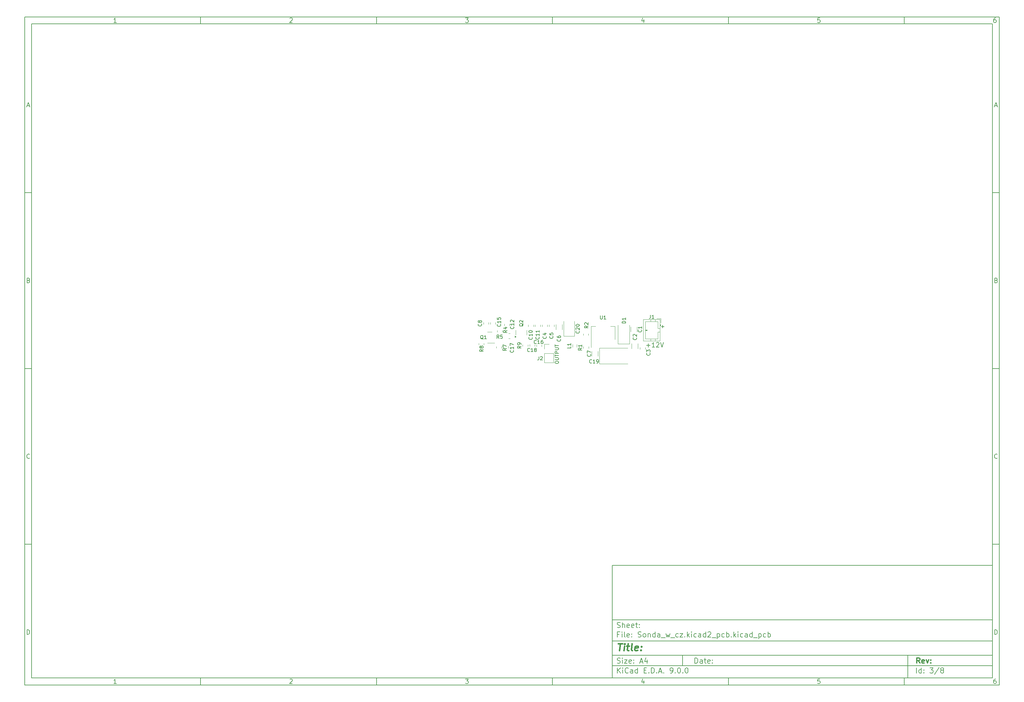
<source format=gto>
%TF.GenerationSoftware,KiCad,Pcbnew,9.0.0*%
%TF.CreationDate,2025-03-20T15:23:59+01:00*%
%TF.ProjectId,Sonda_w_cz.kicad2_pcb,536f6e64-615f-4775-9f63-7a2e6b696361,rev?*%
%TF.SameCoordinates,Original*%
%TF.FileFunction,Legend,Top*%
%TF.FilePolarity,Positive*%
%FSLAX46Y46*%
G04 Gerber Fmt 4.6, Leading zero omitted, Abs format (unit mm)*
G04 Created by KiCad (PCBNEW 9.0.0) date 2025-03-20 15:23:59*
%MOMM*%
%LPD*%
G01*
G04 APERTURE LIST*
%ADD10C,0.100000*%
%ADD11C,0.150000*%
%ADD12C,0.300000*%
%ADD13C,0.400000*%
%ADD14C,0.200000*%
%ADD15C,0.120000*%
G04 APERTURE END LIST*
D10*
D11*
X177002200Y-166007200D02*
X285002200Y-166007200D01*
X285002200Y-198007200D01*
X177002200Y-198007200D01*
X177002200Y-166007200D01*
D10*
D11*
X10000000Y-10000000D02*
X287002200Y-10000000D01*
X287002200Y-200007200D01*
X10000000Y-200007200D01*
X10000000Y-10000000D01*
D10*
D11*
X12000000Y-12000000D02*
X285002200Y-12000000D01*
X285002200Y-198007200D01*
X12000000Y-198007200D01*
X12000000Y-12000000D01*
D10*
D11*
X60000000Y-12000000D02*
X60000000Y-10000000D01*
D10*
D11*
X110000000Y-12000000D02*
X110000000Y-10000000D01*
D10*
D11*
X160000000Y-12000000D02*
X160000000Y-10000000D01*
D10*
D11*
X210000000Y-12000000D02*
X210000000Y-10000000D01*
D10*
D11*
X260000000Y-12000000D02*
X260000000Y-10000000D01*
D10*
D11*
X36089160Y-11593604D02*
X35346303Y-11593604D01*
X35717731Y-11593604D02*
X35717731Y-10293604D01*
X35717731Y-10293604D02*
X35593922Y-10479319D01*
X35593922Y-10479319D02*
X35470112Y-10603128D01*
X35470112Y-10603128D02*
X35346303Y-10665033D01*
D10*
D11*
X85346303Y-10417414D02*
X85408207Y-10355509D01*
X85408207Y-10355509D02*
X85532017Y-10293604D01*
X85532017Y-10293604D02*
X85841541Y-10293604D01*
X85841541Y-10293604D02*
X85965350Y-10355509D01*
X85965350Y-10355509D02*
X86027255Y-10417414D01*
X86027255Y-10417414D02*
X86089160Y-10541223D01*
X86089160Y-10541223D02*
X86089160Y-10665033D01*
X86089160Y-10665033D02*
X86027255Y-10850747D01*
X86027255Y-10850747D02*
X85284398Y-11593604D01*
X85284398Y-11593604D02*
X86089160Y-11593604D01*
D10*
D11*
X135284398Y-10293604D02*
X136089160Y-10293604D01*
X136089160Y-10293604D02*
X135655826Y-10788842D01*
X135655826Y-10788842D02*
X135841541Y-10788842D01*
X135841541Y-10788842D02*
X135965350Y-10850747D01*
X135965350Y-10850747D02*
X136027255Y-10912652D01*
X136027255Y-10912652D02*
X136089160Y-11036461D01*
X136089160Y-11036461D02*
X136089160Y-11345985D01*
X136089160Y-11345985D02*
X136027255Y-11469795D01*
X136027255Y-11469795D02*
X135965350Y-11531700D01*
X135965350Y-11531700D02*
X135841541Y-11593604D01*
X135841541Y-11593604D02*
X135470112Y-11593604D01*
X135470112Y-11593604D02*
X135346303Y-11531700D01*
X135346303Y-11531700D02*
X135284398Y-11469795D01*
D10*
D11*
X185965350Y-10726938D02*
X185965350Y-11593604D01*
X185655826Y-10231700D02*
X185346303Y-11160271D01*
X185346303Y-11160271D02*
X186151064Y-11160271D01*
D10*
D11*
X236027255Y-10293604D02*
X235408207Y-10293604D01*
X235408207Y-10293604D02*
X235346303Y-10912652D01*
X235346303Y-10912652D02*
X235408207Y-10850747D01*
X235408207Y-10850747D02*
X235532017Y-10788842D01*
X235532017Y-10788842D02*
X235841541Y-10788842D01*
X235841541Y-10788842D02*
X235965350Y-10850747D01*
X235965350Y-10850747D02*
X236027255Y-10912652D01*
X236027255Y-10912652D02*
X236089160Y-11036461D01*
X236089160Y-11036461D02*
X236089160Y-11345985D01*
X236089160Y-11345985D02*
X236027255Y-11469795D01*
X236027255Y-11469795D02*
X235965350Y-11531700D01*
X235965350Y-11531700D02*
X235841541Y-11593604D01*
X235841541Y-11593604D02*
X235532017Y-11593604D01*
X235532017Y-11593604D02*
X235408207Y-11531700D01*
X235408207Y-11531700D02*
X235346303Y-11469795D01*
D10*
D11*
X285965350Y-10293604D02*
X285717731Y-10293604D01*
X285717731Y-10293604D02*
X285593922Y-10355509D01*
X285593922Y-10355509D02*
X285532017Y-10417414D01*
X285532017Y-10417414D02*
X285408207Y-10603128D01*
X285408207Y-10603128D02*
X285346303Y-10850747D01*
X285346303Y-10850747D02*
X285346303Y-11345985D01*
X285346303Y-11345985D02*
X285408207Y-11469795D01*
X285408207Y-11469795D02*
X285470112Y-11531700D01*
X285470112Y-11531700D02*
X285593922Y-11593604D01*
X285593922Y-11593604D02*
X285841541Y-11593604D01*
X285841541Y-11593604D02*
X285965350Y-11531700D01*
X285965350Y-11531700D02*
X286027255Y-11469795D01*
X286027255Y-11469795D02*
X286089160Y-11345985D01*
X286089160Y-11345985D02*
X286089160Y-11036461D01*
X286089160Y-11036461D02*
X286027255Y-10912652D01*
X286027255Y-10912652D02*
X285965350Y-10850747D01*
X285965350Y-10850747D02*
X285841541Y-10788842D01*
X285841541Y-10788842D02*
X285593922Y-10788842D01*
X285593922Y-10788842D02*
X285470112Y-10850747D01*
X285470112Y-10850747D02*
X285408207Y-10912652D01*
X285408207Y-10912652D02*
X285346303Y-11036461D01*
D10*
D11*
X60000000Y-198007200D02*
X60000000Y-200007200D01*
D10*
D11*
X110000000Y-198007200D02*
X110000000Y-200007200D01*
D10*
D11*
X160000000Y-198007200D02*
X160000000Y-200007200D01*
D10*
D11*
X210000000Y-198007200D02*
X210000000Y-200007200D01*
D10*
D11*
X260000000Y-198007200D02*
X260000000Y-200007200D01*
D10*
D11*
X36089160Y-199600804D02*
X35346303Y-199600804D01*
X35717731Y-199600804D02*
X35717731Y-198300804D01*
X35717731Y-198300804D02*
X35593922Y-198486519D01*
X35593922Y-198486519D02*
X35470112Y-198610328D01*
X35470112Y-198610328D02*
X35346303Y-198672233D01*
D10*
D11*
X85346303Y-198424614D02*
X85408207Y-198362709D01*
X85408207Y-198362709D02*
X85532017Y-198300804D01*
X85532017Y-198300804D02*
X85841541Y-198300804D01*
X85841541Y-198300804D02*
X85965350Y-198362709D01*
X85965350Y-198362709D02*
X86027255Y-198424614D01*
X86027255Y-198424614D02*
X86089160Y-198548423D01*
X86089160Y-198548423D02*
X86089160Y-198672233D01*
X86089160Y-198672233D02*
X86027255Y-198857947D01*
X86027255Y-198857947D02*
X85284398Y-199600804D01*
X85284398Y-199600804D02*
X86089160Y-199600804D01*
D10*
D11*
X135284398Y-198300804D02*
X136089160Y-198300804D01*
X136089160Y-198300804D02*
X135655826Y-198796042D01*
X135655826Y-198796042D02*
X135841541Y-198796042D01*
X135841541Y-198796042D02*
X135965350Y-198857947D01*
X135965350Y-198857947D02*
X136027255Y-198919852D01*
X136027255Y-198919852D02*
X136089160Y-199043661D01*
X136089160Y-199043661D02*
X136089160Y-199353185D01*
X136089160Y-199353185D02*
X136027255Y-199476995D01*
X136027255Y-199476995D02*
X135965350Y-199538900D01*
X135965350Y-199538900D02*
X135841541Y-199600804D01*
X135841541Y-199600804D02*
X135470112Y-199600804D01*
X135470112Y-199600804D02*
X135346303Y-199538900D01*
X135346303Y-199538900D02*
X135284398Y-199476995D01*
D10*
D11*
X185965350Y-198734138D02*
X185965350Y-199600804D01*
X185655826Y-198238900D02*
X185346303Y-199167471D01*
X185346303Y-199167471D02*
X186151064Y-199167471D01*
D10*
D11*
X236027255Y-198300804D02*
X235408207Y-198300804D01*
X235408207Y-198300804D02*
X235346303Y-198919852D01*
X235346303Y-198919852D02*
X235408207Y-198857947D01*
X235408207Y-198857947D02*
X235532017Y-198796042D01*
X235532017Y-198796042D02*
X235841541Y-198796042D01*
X235841541Y-198796042D02*
X235965350Y-198857947D01*
X235965350Y-198857947D02*
X236027255Y-198919852D01*
X236027255Y-198919852D02*
X236089160Y-199043661D01*
X236089160Y-199043661D02*
X236089160Y-199353185D01*
X236089160Y-199353185D02*
X236027255Y-199476995D01*
X236027255Y-199476995D02*
X235965350Y-199538900D01*
X235965350Y-199538900D02*
X235841541Y-199600804D01*
X235841541Y-199600804D02*
X235532017Y-199600804D01*
X235532017Y-199600804D02*
X235408207Y-199538900D01*
X235408207Y-199538900D02*
X235346303Y-199476995D01*
D10*
D11*
X285965350Y-198300804D02*
X285717731Y-198300804D01*
X285717731Y-198300804D02*
X285593922Y-198362709D01*
X285593922Y-198362709D02*
X285532017Y-198424614D01*
X285532017Y-198424614D02*
X285408207Y-198610328D01*
X285408207Y-198610328D02*
X285346303Y-198857947D01*
X285346303Y-198857947D02*
X285346303Y-199353185D01*
X285346303Y-199353185D02*
X285408207Y-199476995D01*
X285408207Y-199476995D02*
X285470112Y-199538900D01*
X285470112Y-199538900D02*
X285593922Y-199600804D01*
X285593922Y-199600804D02*
X285841541Y-199600804D01*
X285841541Y-199600804D02*
X285965350Y-199538900D01*
X285965350Y-199538900D02*
X286027255Y-199476995D01*
X286027255Y-199476995D02*
X286089160Y-199353185D01*
X286089160Y-199353185D02*
X286089160Y-199043661D01*
X286089160Y-199043661D02*
X286027255Y-198919852D01*
X286027255Y-198919852D02*
X285965350Y-198857947D01*
X285965350Y-198857947D02*
X285841541Y-198796042D01*
X285841541Y-198796042D02*
X285593922Y-198796042D01*
X285593922Y-198796042D02*
X285470112Y-198857947D01*
X285470112Y-198857947D02*
X285408207Y-198919852D01*
X285408207Y-198919852D02*
X285346303Y-199043661D01*
D10*
D11*
X10000000Y-60000000D02*
X12000000Y-60000000D01*
D10*
D11*
X10000000Y-110000000D02*
X12000000Y-110000000D01*
D10*
D11*
X10000000Y-160000000D02*
X12000000Y-160000000D01*
D10*
D11*
X10690476Y-35222176D02*
X11309523Y-35222176D01*
X10566666Y-35593604D02*
X10999999Y-34293604D01*
X10999999Y-34293604D02*
X11433333Y-35593604D01*
D10*
D11*
X11092857Y-84912652D02*
X11278571Y-84974557D01*
X11278571Y-84974557D02*
X11340476Y-85036461D01*
X11340476Y-85036461D02*
X11402380Y-85160271D01*
X11402380Y-85160271D02*
X11402380Y-85345985D01*
X11402380Y-85345985D02*
X11340476Y-85469795D01*
X11340476Y-85469795D02*
X11278571Y-85531700D01*
X11278571Y-85531700D02*
X11154761Y-85593604D01*
X11154761Y-85593604D02*
X10659523Y-85593604D01*
X10659523Y-85593604D02*
X10659523Y-84293604D01*
X10659523Y-84293604D02*
X11092857Y-84293604D01*
X11092857Y-84293604D02*
X11216666Y-84355509D01*
X11216666Y-84355509D02*
X11278571Y-84417414D01*
X11278571Y-84417414D02*
X11340476Y-84541223D01*
X11340476Y-84541223D02*
X11340476Y-84665033D01*
X11340476Y-84665033D02*
X11278571Y-84788842D01*
X11278571Y-84788842D02*
X11216666Y-84850747D01*
X11216666Y-84850747D02*
X11092857Y-84912652D01*
X11092857Y-84912652D02*
X10659523Y-84912652D01*
D10*
D11*
X11402380Y-135469795D02*
X11340476Y-135531700D01*
X11340476Y-135531700D02*
X11154761Y-135593604D01*
X11154761Y-135593604D02*
X11030952Y-135593604D01*
X11030952Y-135593604D02*
X10845238Y-135531700D01*
X10845238Y-135531700D02*
X10721428Y-135407890D01*
X10721428Y-135407890D02*
X10659523Y-135284080D01*
X10659523Y-135284080D02*
X10597619Y-135036461D01*
X10597619Y-135036461D02*
X10597619Y-134850747D01*
X10597619Y-134850747D02*
X10659523Y-134603128D01*
X10659523Y-134603128D02*
X10721428Y-134479319D01*
X10721428Y-134479319D02*
X10845238Y-134355509D01*
X10845238Y-134355509D02*
X11030952Y-134293604D01*
X11030952Y-134293604D02*
X11154761Y-134293604D01*
X11154761Y-134293604D02*
X11340476Y-134355509D01*
X11340476Y-134355509D02*
X11402380Y-134417414D01*
D10*
D11*
X10659523Y-185593604D02*
X10659523Y-184293604D01*
X10659523Y-184293604D02*
X10969047Y-184293604D01*
X10969047Y-184293604D02*
X11154761Y-184355509D01*
X11154761Y-184355509D02*
X11278571Y-184479319D01*
X11278571Y-184479319D02*
X11340476Y-184603128D01*
X11340476Y-184603128D02*
X11402380Y-184850747D01*
X11402380Y-184850747D02*
X11402380Y-185036461D01*
X11402380Y-185036461D02*
X11340476Y-185284080D01*
X11340476Y-185284080D02*
X11278571Y-185407890D01*
X11278571Y-185407890D02*
X11154761Y-185531700D01*
X11154761Y-185531700D02*
X10969047Y-185593604D01*
X10969047Y-185593604D02*
X10659523Y-185593604D01*
D10*
D11*
X287002200Y-60000000D02*
X285002200Y-60000000D01*
D10*
D11*
X287002200Y-110000000D02*
X285002200Y-110000000D01*
D10*
D11*
X287002200Y-160000000D02*
X285002200Y-160000000D01*
D10*
D11*
X285692676Y-35222176D02*
X286311723Y-35222176D01*
X285568866Y-35593604D02*
X286002199Y-34293604D01*
X286002199Y-34293604D02*
X286435533Y-35593604D01*
D10*
D11*
X286095057Y-84912652D02*
X286280771Y-84974557D01*
X286280771Y-84974557D02*
X286342676Y-85036461D01*
X286342676Y-85036461D02*
X286404580Y-85160271D01*
X286404580Y-85160271D02*
X286404580Y-85345985D01*
X286404580Y-85345985D02*
X286342676Y-85469795D01*
X286342676Y-85469795D02*
X286280771Y-85531700D01*
X286280771Y-85531700D02*
X286156961Y-85593604D01*
X286156961Y-85593604D02*
X285661723Y-85593604D01*
X285661723Y-85593604D02*
X285661723Y-84293604D01*
X285661723Y-84293604D02*
X286095057Y-84293604D01*
X286095057Y-84293604D02*
X286218866Y-84355509D01*
X286218866Y-84355509D02*
X286280771Y-84417414D01*
X286280771Y-84417414D02*
X286342676Y-84541223D01*
X286342676Y-84541223D02*
X286342676Y-84665033D01*
X286342676Y-84665033D02*
X286280771Y-84788842D01*
X286280771Y-84788842D02*
X286218866Y-84850747D01*
X286218866Y-84850747D02*
X286095057Y-84912652D01*
X286095057Y-84912652D02*
X285661723Y-84912652D01*
D10*
D11*
X286404580Y-135469795D02*
X286342676Y-135531700D01*
X286342676Y-135531700D02*
X286156961Y-135593604D01*
X286156961Y-135593604D02*
X286033152Y-135593604D01*
X286033152Y-135593604D02*
X285847438Y-135531700D01*
X285847438Y-135531700D02*
X285723628Y-135407890D01*
X285723628Y-135407890D02*
X285661723Y-135284080D01*
X285661723Y-135284080D02*
X285599819Y-135036461D01*
X285599819Y-135036461D02*
X285599819Y-134850747D01*
X285599819Y-134850747D02*
X285661723Y-134603128D01*
X285661723Y-134603128D02*
X285723628Y-134479319D01*
X285723628Y-134479319D02*
X285847438Y-134355509D01*
X285847438Y-134355509D02*
X286033152Y-134293604D01*
X286033152Y-134293604D02*
X286156961Y-134293604D01*
X286156961Y-134293604D02*
X286342676Y-134355509D01*
X286342676Y-134355509D02*
X286404580Y-134417414D01*
D10*
D11*
X285661723Y-185593604D02*
X285661723Y-184293604D01*
X285661723Y-184293604D02*
X285971247Y-184293604D01*
X285971247Y-184293604D02*
X286156961Y-184355509D01*
X286156961Y-184355509D02*
X286280771Y-184479319D01*
X286280771Y-184479319D02*
X286342676Y-184603128D01*
X286342676Y-184603128D02*
X286404580Y-184850747D01*
X286404580Y-184850747D02*
X286404580Y-185036461D01*
X286404580Y-185036461D02*
X286342676Y-185284080D01*
X286342676Y-185284080D02*
X286280771Y-185407890D01*
X286280771Y-185407890D02*
X286156961Y-185531700D01*
X286156961Y-185531700D02*
X285971247Y-185593604D01*
X285971247Y-185593604D02*
X285661723Y-185593604D01*
D10*
D11*
X200458026Y-193793328D02*
X200458026Y-192293328D01*
X200458026Y-192293328D02*
X200815169Y-192293328D01*
X200815169Y-192293328D02*
X201029455Y-192364757D01*
X201029455Y-192364757D02*
X201172312Y-192507614D01*
X201172312Y-192507614D02*
X201243741Y-192650471D01*
X201243741Y-192650471D02*
X201315169Y-192936185D01*
X201315169Y-192936185D02*
X201315169Y-193150471D01*
X201315169Y-193150471D02*
X201243741Y-193436185D01*
X201243741Y-193436185D02*
X201172312Y-193579042D01*
X201172312Y-193579042D02*
X201029455Y-193721900D01*
X201029455Y-193721900D02*
X200815169Y-193793328D01*
X200815169Y-193793328D02*
X200458026Y-193793328D01*
X202600884Y-193793328D02*
X202600884Y-193007614D01*
X202600884Y-193007614D02*
X202529455Y-192864757D01*
X202529455Y-192864757D02*
X202386598Y-192793328D01*
X202386598Y-192793328D02*
X202100884Y-192793328D01*
X202100884Y-192793328D02*
X201958026Y-192864757D01*
X202600884Y-193721900D02*
X202458026Y-193793328D01*
X202458026Y-193793328D02*
X202100884Y-193793328D01*
X202100884Y-193793328D02*
X201958026Y-193721900D01*
X201958026Y-193721900D02*
X201886598Y-193579042D01*
X201886598Y-193579042D02*
X201886598Y-193436185D01*
X201886598Y-193436185D02*
X201958026Y-193293328D01*
X201958026Y-193293328D02*
X202100884Y-193221900D01*
X202100884Y-193221900D02*
X202458026Y-193221900D01*
X202458026Y-193221900D02*
X202600884Y-193150471D01*
X203100884Y-192793328D02*
X203672312Y-192793328D01*
X203315169Y-192293328D02*
X203315169Y-193579042D01*
X203315169Y-193579042D02*
X203386598Y-193721900D01*
X203386598Y-193721900D02*
X203529455Y-193793328D01*
X203529455Y-193793328D02*
X203672312Y-193793328D01*
X204743741Y-193721900D02*
X204600884Y-193793328D01*
X204600884Y-193793328D02*
X204315170Y-193793328D01*
X204315170Y-193793328D02*
X204172312Y-193721900D01*
X204172312Y-193721900D02*
X204100884Y-193579042D01*
X204100884Y-193579042D02*
X204100884Y-193007614D01*
X204100884Y-193007614D02*
X204172312Y-192864757D01*
X204172312Y-192864757D02*
X204315170Y-192793328D01*
X204315170Y-192793328D02*
X204600884Y-192793328D01*
X204600884Y-192793328D02*
X204743741Y-192864757D01*
X204743741Y-192864757D02*
X204815170Y-193007614D01*
X204815170Y-193007614D02*
X204815170Y-193150471D01*
X204815170Y-193150471D02*
X204100884Y-193293328D01*
X205458026Y-193650471D02*
X205529455Y-193721900D01*
X205529455Y-193721900D02*
X205458026Y-193793328D01*
X205458026Y-193793328D02*
X205386598Y-193721900D01*
X205386598Y-193721900D02*
X205458026Y-193650471D01*
X205458026Y-193650471D02*
X205458026Y-193793328D01*
X205458026Y-192864757D02*
X205529455Y-192936185D01*
X205529455Y-192936185D02*
X205458026Y-193007614D01*
X205458026Y-193007614D02*
X205386598Y-192936185D01*
X205386598Y-192936185D02*
X205458026Y-192864757D01*
X205458026Y-192864757D02*
X205458026Y-193007614D01*
D10*
D11*
X177002200Y-194507200D02*
X285002200Y-194507200D01*
D10*
D11*
X178458026Y-196593328D02*
X178458026Y-195093328D01*
X179315169Y-196593328D02*
X178672312Y-195736185D01*
X179315169Y-195093328D02*
X178458026Y-195950471D01*
X179958026Y-196593328D02*
X179958026Y-195593328D01*
X179958026Y-195093328D02*
X179886598Y-195164757D01*
X179886598Y-195164757D02*
X179958026Y-195236185D01*
X179958026Y-195236185D02*
X180029455Y-195164757D01*
X180029455Y-195164757D02*
X179958026Y-195093328D01*
X179958026Y-195093328D02*
X179958026Y-195236185D01*
X181529455Y-196450471D02*
X181458027Y-196521900D01*
X181458027Y-196521900D02*
X181243741Y-196593328D01*
X181243741Y-196593328D02*
X181100884Y-196593328D01*
X181100884Y-196593328D02*
X180886598Y-196521900D01*
X180886598Y-196521900D02*
X180743741Y-196379042D01*
X180743741Y-196379042D02*
X180672312Y-196236185D01*
X180672312Y-196236185D02*
X180600884Y-195950471D01*
X180600884Y-195950471D02*
X180600884Y-195736185D01*
X180600884Y-195736185D02*
X180672312Y-195450471D01*
X180672312Y-195450471D02*
X180743741Y-195307614D01*
X180743741Y-195307614D02*
X180886598Y-195164757D01*
X180886598Y-195164757D02*
X181100884Y-195093328D01*
X181100884Y-195093328D02*
X181243741Y-195093328D01*
X181243741Y-195093328D02*
X181458027Y-195164757D01*
X181458027Y-195164757D02*
X181529455Y-195236185D01*
X182815170Y-196593328D02*
X182815170Y-195807614D01*
X182815170Y-195807614D02*
X182743741Y-195664757D01*
X182743741Y-195664757D02*
X182600884Y-195593328D01*
X182600884Y-195593328D02*
X182315170Y-195593328D01*
X182315170Y-195593328D02*
X182172312Y-195664757D01*
X182815170Y-196521900D02*
X182672312Y-196593328D01*
X182672312Y-196593328D02*
X182315170Y-196593328D01*
X182315170Y-196593328D02*
X182172312Y-196521900D01*
X182172312Y-196521900D02*
X182100884Y-196379042D01*
X182100884Y-196379042D02*
X182100884Y-196236185D01*
X182100884Y-196236185D02*
X182172312Y-196093328D01*
X182172312Y-196093328D02*
X182315170Y-196021900D01*
X182315170Y-196021900D02*
X182672312Y-196021900D01*
X182672312Y-196021900D02*
X182815170Y-195950471D01*
X184172313Y-196593328D02*
X184172313Y-195093328D01*
X184172313Y-196521900D02*
X184029455Y-196593328D01*
X184029455Y-196593328D02*
X183743741Y-196593328D01*
X183743741Y-196593328D02*
X183600884Y-196521900D01*
X183600884Y-196521900D02*
X183529455Y-196450471D01*
X183529455Y-196450471D02*
X183458027Y-196307614D01*
X183458027Y-196307614D02*
X183458027Y-195879042D01*
X183458027Y-195879042D02*
X183529455Y-195736185D01*
X183529455Y-195736185D02*
X183600884Y-195664757D01*
X183600884Y-195664757D02*
X183743741Y-195593328D01*
X183743741Y-195593328D02*
X184029455Y-195593328D01*
X184029455Y-195593328D02*
X184172313Y-195664757D01*
X186029455Y-195807614D02*
X186529455Y-195807614D01*
X186743741Y-196593328D02*
X186029455Y-196593328D01*
X186029455Y-196593328D02*
X186029455Y-195093328D01*
X186029455Y-195093328D02*
X186743741Y-195093328D01*
X187386598Y-196450471D02*
X187458027Y-196521900D01*
X187458027Y-196521900D02*
X187386598Y-196593328D01*
X187386598Y-196593328D02*
X187315170Y-196521900D01*
X187315170Y-196521900D02*
X187386598Y-196450471D01*
X187386598Y-196450471D02*
X187386598Y-196593328D01*
X188100884Y-196593328D02*
X188100884Y-195093328D01*
X188100884Y-195093328D02*
X188458027Y-195093328D01*
X188458027Y-195093328D02*
X188672313Y-195164757D01*
X188672313Y-195164757D02*
X188815170Y-195307614D01*
X188815170Y-195307614D02*
X188886599Y-195450471D01*
X188886599Y-195450471D02*
X188958027Y-195736185D01*
X188958027Y-195736185D02*
X188958027Y-195950471D01*
X188958027Y-195950471D02*
X188886599Y-196236185D01*
X188886599Y-196236185D02*
X188815170Y-196379042D01*
X188815170Y-196379042D02*
X188672313Y-196521900D01*
X188672313Y-196521900D02*
X188458027Y-196593328D01*
X188458027Y-196593328D02*
X188100884Y-196593328D01*
X189600884Y-196450471D02*
X189672313Y-196521900D01*
X189672313Y-196521900D02*
X189600884Y-196593328D01*
X189600884Y-196593328D02*
X189529456Y-196521900D01*
X189529456Y-196521900D02*
X189600884Y-196450471D01*
X189600884Y-196450471D02*
X189600884Y-196593328D01*
X190243742Y-196164757D02*
X190958028Y-196164757D01*
X190100885Y-196593328D02*
X190600885Y-195093328D01*
X190600885Y-195093328D02*
X191100885Y-196593328D01*
X191600884Y-196450471D02*
X191672313Y-196521900D01*
X191672313Y-196521900D02*
X191600884Y-196593328D01*
X191600884Y-196593328D02*
X191529456Y-196521900D01*
X191529456Y-196521900D02*
X191600884Y-196450471D01*
X191600884Y-196450471D02*
X191600884Y-196593328D01*
X193529456Y-196593328D02*
X193815170Y-196593328D01*
X193815170Y-196593328D02*
X193958027Y-196521900D01*
X193958027Y-196521900D02*
X194029456Y-196450471D01*
X194029456Y-196450471D02*
X194172313Y-196236185D01*
X194172313Y-196236185D02*
X194243742Y-195950471D01*
X194243742Y-195950471D02*
X194243742Y-195379042D01*
X194243742Y-195379042D02*
X194172313Y-195236185D01*
X194172313Y-195236185D02*
X194100885Y-195164757D01*
X194100885Y-195164757D02*
X193958027Y-195093328D01*
X193958027Y-195093328D02*
X193672313Y-195093328D01*
X193672313Y-195093328D02*
X193529456Y-195164757D01*
X193529456Y-195164757D02*
X193458027Y-195236185D01*
X193458027Y-195236185D02*
X193386599Y-195379042D01*
X193386599Y-195379042D02*
X193386599Y-195736185D01*
X193386599Y-195736185D02*
X193458027Y-195879042D01*
X193458027Y-195879042D02*
X193529456Y-195950471D01*
X193529456Y-195950471D02*
X193672313Y-196021900D01*
X193672313Y-196021900D02*
X193958027Y-196021900D01*
X193958027Y-196021900D02*
X194100885Y-195950471D01*
X194100885Y-195950471D02*
X194172313Y-195879042D01*
X194172313Y-195879042D02*
X194243742Y-195736185D01*
X194886598Y-196450471D02*
X194958027Y-196521900D01*
X194958027Y-196521900D02*
X194886598Y-196593328D01*
X194886598Y-196593328D02*
X194815170Y-196521900D01*
X194815170Y-196521900D02*
X194886598Y-196450471D01*
X194886598Y-196450471D02*
X194886598Y-196593328D01*
X195886599Y-195093328D02*
X196029456Y-195093328D01*
X196029456Y-195093328D02*
X196172313Y-195164757D01*
X196172313Y-195164757D02*
X196243742Y-195236185D01*
X196243742Y-195236185D02*
X196315170Y-195379042D01*
X196315170Y-195379042D02*
X196386599Y-195664757D01*
X196386599Y-195664757D02*
X196386599Y-196021900D01*
X196386599Y-196021900D02*
X196315170Y-196307614D01*
X196315170Y-196307614D02*
X196243742Y-196450471D01*
X196243742Y-196450471D02*
X196172313Y-196521900D01*
X196172313Y-196521900D02*
X196029456Y-196593328D01*
X196029456Y-196593328D02*
X195886599Y-196593328D01*
X195886599Y-196593328D02*
X195743742Y-196521900D01*
X195743742Y-196521900D02*
X195672313Y-196450471D01*
X195672313Y-196450471D02*
X195600884Y-196307614D01*
X195600884Y-196307614D02*
X195529456Y-196021900D01*
X195529456Y-196021900D02*
X195529456Y-195664757D01*
X195529456Y-195664757D02*
X195600884Y-195379042D01*
X195600884Y-195379042D02*
X195672313Y-195236185D01*
X195672313Y-195236185D02*
X195743742Y-195164757D01*
X195743742Y-195164757D02*
X195886599Y-195093328D01*
X197029455Y-196450471D02*
X197100884Y-196521900D01*
X197100884Y-196521900D02*
X197029455Y-196593328D01*
X197029455Y-196593328D02*
X196958027Y-196521900D01*
X196958027Y-196521900D02*
X197029455Y-196450471D01*
X197029455Y-196450471D02*
X197029455Y-196593328D01*
X198029456Y-195093328D02*
X198172313Y-195093328D01*
X198172313Y-195093328D02*
X198315170Y-195164757D01*
X198315170Y-195164757D02*
X198386599Y-195236185D01*
X198386599Y-195236185D02*
X198458027Y-195379042D01*
X198458027Y-195379042D02*
X198529456Y-195664757D01*
X198529456Y-195664757D02*
X198529456Y-196021900D01*
X198529456Y-196021900D02*
X198458027Y-196307614D01*
X198458027Y-196307614D02*
X198386599Y-196450471D01*
X198386599Y-196450471D02*
X198315170Y-196521900D01*
X198315170Y-196521900D02*
X198172313Y-196593328D01*
X198172313Y-196593328D02*
X198029456Y-196593328D01*
X198029456Y-196593328D02*
X197886599Y-196521900D01*
X197886599Y-196521900D02*
X197815170Y-196450471D01*
X197815170Y-196450471D02*
X197743741Y-196307614D01*
X197743741Y-196307614D02*
X197672313Y-196021900D01*
X197672313Y-196021900D02*
X197672313Y-195664757D01*
X197672313Y-195664757D02*
X197743741Y-195379042D01*
X197743741Y-195379042D02*
X197815170Y-195236185D01*
X197815170Y-195236185D02*
X197886599Y-195164757D01*
X197886599Y-195164757D02*
X198029456Y-195093328D01*
D10*
D11*
X177002200Y-191507200D02*
X285002200Y-191507200D01*
D10*
D12*
X264413853Y-193785528D02*
X263913853Y-193071242D01*
X263556710Y-193785528D02*
X263556710Y-192285528D01*
X263556710Y-192285528D02*
X264128139Y-192285528D01*
X264128139Y-192285528D02*
X264270996Y-192356957D01*
X264270996Y-192356957D02*
X264342425Y-192428385D01*
X264342425Y-192428385D02*
X264413853Y-192571242D01*
X264413853Y-192571242D02*
X264413853Y-192785528D01*
X264413853Y-192785528D02*
X264342425Y-192928385D01*
X264342425Y-192928385D02*
X264270996Y-192999814D01*
X264270996Y-192999814D02*
X264128139Y-193071242D01*
X264128139Y-193071242D02*
X263556710Y-193071242D01*
X265628139Y-193714100D02*
X265485282Y-193785528D01*
X265485282Y-193785528D02*
X265199568Y-193785528D01*
X265199568Y-193785528D02*
X265056710Y-193714100D01*
X265056710Y-193714100D02*
X264985282Y-193571242D01*
X264985282Y-193571242D02*
X264985282Y-192999814D01*
X264985282Y-192999814D02*
X265056710Y-192856957D01*
X265056710Y-192856957D02*
X265199568Y-192785528D01*
X265199568Y-192785528D02*
X265485282Y-192785528D01*
X265485282Y-192785528D02*
X265628139Y-192856957D01*
X265628139Y-192856957D02*
X265699568Y-192999814D01*
X265699568Y-192999814D02*
X265699568Y-193142671D01*
X265699568Y-193142671D02*
X264985282Y-193285528D01*
X266199567Y-192785528D02*
X266556710Y-193785528D01*
X266556710Y-193785528D02*
X266913853Y-192785528D01*
X267485281Y-193642671D02*
X267556710Y-193714100D01*
X267556710Y-193714100D02*
X267485281Y-193785528D01*
X267485281Y-193785528D02*
X267413853Y-193714100D01*
X267413853Y-193714100D02*
X267485281Y-193642671D01*
X267485281Y-193642671D02*
X267485281Y-193785528D01*
X267485281Y-192856957D02*
X267556710Y-192928385D01*
X267556710Y-192928385D02*
X267485281Y-192999814D01*
X267485281Y-192999814D02*
X267413853Y-192928385D01*
X267413853Y-192928385D02*
X267485281Y-192856957D01*
X267485281Y-192856957D02*
X267485281Y-192999814D01*
D10*
D11*
X178386598Y-193721900D02*
X178600884Y-193793328D01*
X178600884Y-193793328D02*
X178958026Y-193793328D01*
X178958026Y-193793328D02*
X179100884Y-193721900D01*
X179100884Y-193721900D02*
X179172312Y-193650471D01*
X179172312Y-193650471D02*
X179243741Y-193507614D01*
X179243741Y-193507614D02*
X179243741Y-193364757D01*
X179243741Y-193364757D02*
X179172312Y-193221900D01*
X179172312Y-193221900D02*
X179100884Y-193150471D01*
X179100884Y-193150471D02*
X178958026Y-193079042D01*
X178958026Y-193079042D02*
X178672312Y-193007614D01*
X178672312Y-193007614D02*
X178529455Y-192936185D01*
X178529455Y-192936185D02*
X178458026Y-192864757D01*
X178458026Y-192864757D02*
X178386598Y-192721900D01*
X178386598Y-192721900D02*
X178386598Y-192579042D01*
X178386598Y-192579042D02*
X178458026Y-192436185D01*
X178458026Y-192436185D02*
X178529455Y-192364757D01*
X178529455Y-192364757D02*
X178672312Y-192293328D01*
X178672312Y-192293328D02*
X179029455Y-192293328D01*
X179029455Y-192293328D02*
X179243741Y-192364757D01*
X179886597Y-193793328D02*
X179886597Y-192793328D01*
X179886597Y-192293328D02*
X179815169Y-192364757D01*
X179815169Y-192364757D02*
X179886597Y-192436185D01*
X179886597Y-192436185D02*
X179958026Y-192364757D01*
X179958026Y-192364757D02*
X179886597Y-192293328D01*
X179886597Y-192293328D02*
X179886597Y-192436185D01*
X180458026Y-192793328D02*
X181243741Y-192793328D01*
X181243741Y-192793328D02*
X180458026Y-193793328D01*
X180458026Y-193793328D02*
X181243741Y-193793328D01*
X182386598Y-193721900D02*
X182243741Y-193793328D01*
X182243741Y-193793328D02*
X181958027Y-193793328D01*
X181958027Y-193793328D02*
X181815169Y-193721900D01*
X181815169Y-193721900D02*
X181743741Y-193579042D01*
X181743741Y-193579042D02*
X181743741Y-193007614D01*
X181743741Y-193007614D02*
X181815169Y-192864757D01*
X181815169Y-192864757D02*
X181958027Y-192793328D01*
X181958027Y-192793328D02*
X182243741Y-192793328D01*
X182243741Y-192793328D02*
X182386598Y-192864757D01*
X182386598Y-192864757D02*
X182458027Y-193007614D01*
X182458027Y-193007614D02*
X182458027Y-193150471D01*
X182458027Y-193150471D02*
X181743741Y-193293328D01*
X183100883Y-193650471D02*
X183172312Y-193721900D01*
X183172312Y-193721900D02*
X183100883Y-193793328D01*
X183100883Y-193793328D02*
X183029455Y-193721900D01*
X183029455Y-193721900D02*
X183100883Y-193650471D01*
X183100883Y-193650471D02*
X183100883Y-193793328D01*
X183100883Y-192864757D02*
X183172312Y-192936185D01*
X183172312Y-192936185D02*
X183100883Y-193007614D01*
X183100883Y-193007614D02*
X183029455Y-192936185D01*
X183029455Y-192936185D02*
X183100883Y-192864757D01*
X183100883Y-192864757D02*
X183100883Y-193007614D01*
X184886598Y-193364757D02*
X185600884Y-193364757D01*
X184743741Y-193793328D02*
X185243741Y-192293328D01*
X185243741Y-192293328D02*
X185743741Y-193793328D01*
X186886598Y-192793328D02*
X186886598Y-193793328D01*
X186529455Y-192221900D02*
X186172312Y-193293328D01*
X186172312Y-193293328D02*
X187100883Y-193293328D01*
D10*
D11*
X263458026Y-196593328D02*
X263458026Y-195093328D01*
X264815170Y-196593328D02*
X264815170Y-195093328D01*
X264815170Y-196521900D02*
X264672312Y-196593328D01*
X264672312Y-196593328D02*
X264386598Y-196593328D01*
X264386598Y-196593328D02*
X264243741Y-196521900D01*
X264243741Y-196521900D02*
X264172312Y-196450471D01*
X264172312Y-196450471D02*
X264100884Y-196307614D01*
X264100884Y-196307614D02*
X264100884Y-195879042D01*
X264100884Y-195879042D02*
X264172312Y-195736185D01*
X264172312Y-195736185D02*
X264243741Y-195664757D01*
X264243741Y-195664757D02*
X264386598Y-195593328D01*
X264386598Y-195593328D02*
X264672312Y-195593328D01*
X264672312Y-195593328D02*
X264815170Y-195664757D01*
X265529455Y-196450471D02*
X265600884Y-196521900D01*
X265600884Y-196521900D02*
X265529455Y-196593328D01*
X265529455Y-196593328D02*
X265458027Y-196521900D01*
X265458027Y-196521900D02*
X265529455Y-196450471D01*
X265529455Y-196450471D02*
X265529455Y-196593328D01*
X265529455Y-195664757D02*
X265600884Y-195736185D01*
X265600884Y-195736185D02*
X265529455Y-195807614D01*
X265529455Y-195807614D02*
X265458027Y-195736185D01*
X265458027Y-195736185D02*
X265529455Y-195664757D01*
X265529455Y-195664757D02*
X265529455Y-195807614D01*
X267243741Y-195093328D02*
X268172313Y-195093328D01*
X268172313Y-195093328D02*
X267672313Y-195664757D01*
X267672313Y-195664757D02*
X267886598Y-195664757D01*
X267886598Y-195664757D02*
X268029456Y-195736185D01*
X268029456Y-195736185D02*
X268100884Y-195807614D01*
X268100884Y-195807614D02*
X268172313Y-195950471D01*
X268172313Y-195950471D02*
X268172313Y-196307614D01*
X268172313Y-196307614D02*
X268100884Y-196450471D01*
X268100884Y-196450471D02*
X268029456Y-196521900D01*
X268029456Y-196521900D02*
X267886598Y-196593328D01*
X267886598Y-196593328D02*
X267458027Y-196593328D01*
X267458027Y-196593328D02*
X267315170Y-196521900D01*
X267315170Y-196521900D02*
X267243741Y-196450471D01*
X269886598Y-195021900D02*
X268600884Y-196950471D01*
X270600884Y-195736185D02*
X270458027Y-195664757D01*
X270458027Y-195664757D02*
X270386598Y-195593328D01*
X270386598Y-195593328D02*
X270315170Y-195450471D01*
X270315170Y-195450471D02*
X270315170Y-195379042D01*
X270315170Y-195379042D02*
X270386598Y-195236185D01*
X270386598Y-195236185D02*
X270458027Y-195164757D01*
X270458027Y-195164757D02*
X270600884Y-195093328D01*
X270600884Y-195093328D02*
X270886598Y-195093328D01*
X270886598Y-195093328D02*
X271029456Y-195164757D01*
X271029456Y-195164757D02*
X271100884Y-195236185D01*
X271100884Y-195236185D02*
X271172313Y-195379042D01*
X271172313Y-195379042D02*
X271172313Y-195450471D01*
X271172313Y-195450471D02*
X271100884Y-195593328D01*
X271100884Y-195593328D02*
X271029456Y-195664757D01*
X271029456Y-195664757D02*
X270886598Y-195736185D01*
X270886598Y-195736185D02*
X270600884Y-195736185D01*
X270600884Y-195736185D02*
X270458027Y-195807614D01*
X270458027Y-195807614D02*
X270386598Y-195879042D01*
X270386598Y-195879042D02*
X270315170Y-196021900D01*
X270315170Y-196021900D02*
X270315170Y-196307614D01*
X270315170Y-196307614D02*
X270386598Y-196450471D01*
X270386598Y-196450471D02*
X270458027Y-196521900D01*
X270458027Y-196521900D02*
X270600884Y-196593328D01*
X270600884Y-196593328D02*
X270886598Y-196593328D01*
X270886598Y-196593328D02*
X271029456Y-196521900D01*
X271029456Y-196521900D02*
X271100884Y-196450471D01*
X271100884Y-196450471D02*
X271172313Y-196307614D01*
X271172313Y-196307614D02*
X271172313Y-196021900D01*
X271172313Y-196021900D02*
X271100884Y-195879042D01*
X271100884Y-195879042D02*
X271029456Y-195807614D01*
X271029456Y-195807614D02*
X270886598Y-195736185D01*
D10*
D11*
X177002200Y-187507200D02*
X285002200Y-187507200D01*
D10*
D13*
X178693928Y-188211638D02*
X179836785Y-188211638D01*
X179015357Y-190211638D02*
X179265357Y-188211638D01*
X180253452Y-190211638D02*
X180420119Y-188878304D01*
X180503452Y-188211638D02*
X180396309Y-188306876D01*
X180396309Y-188306876D02*
X180479643Y-188402114D01*
X180479643Y-188402114D02*
X180586786Y-188306876D01*
X180586786Y-188306876D02*
X180503452Y-188211638D01*
X180503452Y-188211638D02*
X180479643Y-188402114D01*
X181086786Y-188878304D02*
X181848690Y-188878304D01*
X181455833Y-188211638D02*
X181241548Y-189925923D01*
X181241548Y-189925923D02*
X181312976Y-190116400D01*
X181312976Y-190116400D02*
X181491548Y-190211638D01*
X181491548Y-190211638D02*
X181682024Y-190211638D01*
X182634405Y-190211638D02*
X182455833Y-190116400D01*
X182455833Y-190116400D02*
X182384405Y-189925923D01*
X182384405Y-189925923D02*
X182598690Y-188211638D01*
X184170119Y-190116400D02*
X183967738Y-190211638D01*
X183967738Y-190211638D02*
X183586785Y-190211638D01*
X183586785Y-190211638D02*
X183408214Y-190116400D01*
X183408214Y-190116400D02*
X183336785Y-189925923D01*
X183336785Y-189925923D02*
X183432024Y-189164019D01*
X183432024Y-189164019D02*
X183551071Y-188973542D01*
X183551071Y-188973542D02*
X183753452Y-188878304D01*
X183753452Y-188878304D02*
X184134404Y-188878304D01*
X184134404Y-188878304D02*
X184312976Y-188973542D01*
X184312976Y-188973542D02*
X184384404Y-189164019D01*
X184384404Y-189164019D02*
X184360595Y-189354495D01*
X184360595Y-189354495D02*
X183384404Y-189544971D01*
X185134405Y-190021161D02*
X185217738Y-190116400D01*
X185217738Y-190116400D02*
X185110595Y-190211638D01*
X185110595Y-190211638D02*
X185027262Y-190116400D01*
X185027262Y-190116400D02*
X185134405Y-190021161D01*
X185134405Y-190021161D02*
X185110595Y-190211638D01*
X185265357Y-188973542D02*
X185348690Y-189068780D01*
X185348690Y-189068780D02*
X185241548Y-189164019D01*
X185241548Y-189164019D02*
X185158214Y-189068780D01*
X185158214Y-189068780D02*
X185265357Y-188973542D01*
X185265357Y-188973542D02*
X185241548Y-189164019D01*
D10*
D11*
X178958026Y-185607614D02*
X178458026Y-185607614D01*
X178458026Y-186393328D02*
X178458026Y-184893328D01*
X178458026Y-184893328D02*
X179172312Y-184893328D01*
X179743740Y-186393328D02*
X179743740Y-185393328D01*
X179743740Y-184893328D02*
X179672312Y-184964757D01*
X179672312Y-184964757D02*
X179743740Y-185036185D01*
X179743740Y-185036185D02*
X179815169Y-184964757D01*
X179815169Y-184964757D02*
X179743740Y-184893328D01*
X179743740Y-184893328D02*
X179743740Y-185036185D01*
X180672312Y-186393328D02*
X180529455Y-186321900D01*
X180529455Y-186321900D02*
X180458026Y-186179042D01*
X180458026Y-186179042D02*
X180458026Y-184893328D01*
X181815169Y-186321900D02*
X181672312Y-186393328D01*
X181672312Y-186393328D02*
X181386598Y-186393328D01*
X181386598Y-186393328D02*
X181243740Y-186321900D01*
X181243740Y-186321900D02*
X181172312Y-186179042D01*
X181172312Y-186179042D02*
X181172312Y-185607614D01*
X181172312Y-185607614D02*
X181243740Y-185464757D01*
X181243740Y-185464757D02*
X181386598Y-185393328D01*
X181386598Y-185393328D02*
X181672312Y-185393328D01*
X181672312Y-185393328D02*
X181815169Y-185464757D01*
X181815169Y-185464757D02*
X181886598Y-185607614D01*
X181886598Y-185607614D02*
X181886598Y-185750471D01*
X181886598Y-185750471D02*
X181172312Y-185893328D01*
X182529454Y-186250471D02*
X182600883Y-186321900D01*
X182600883Y-186321900D02*
X182529454Y-186393328D01*
X182529454Y-186393328D02*
X182458026Y-186321900D01*
X182458026Y-186321900D02*
X182529454Y-186250471D01*
X182529454Y-186250471D02*
X182529454Y-186393328D01*
X182529454Y-185464757D02*
X182600883Y-185536185D01*
X182600883Y-185536185D02*
X182529454Y-185607614D01*
X182529454Y-185607614D02*
X182458026Y-185536185D01*
X182458026Y-185536185D02*
X182529454Y-185464757D01*
X182529454Y-185464757D02*
X182529454Y-185607614D01*
X184315169Y-186321900D02*
X184529455Y-186393328D01*
X184529455Y-186393328D02*
X184886597Y-186393328D01*
X184886597Y-186393328D02*
X185029455Y-186321900D01*
X185029455Y-186321900D02*
X185100883Y-186250471D01*
X185100883Y-186250471D02*
X185172312Y-186107614D01*
X185172312Y-186107614D02*
X185172312Y-185964757D01*
X185172312Y-185964757D02*
X185100883Y-185821900D01*
X185100883Y-185821900D02*
X185029455Y-185750471D01*
X185029455Y-185750471D02*
X184886597Y-185679042D01*
X184886597Y-185679042D02*
X184600883Y-185607614D01*
X184600883Y-185607614D02*
X184458026Y-185536185D01*
X184458026Y-185536185D02*
X184386597Y-185464757D01*
X184386597Y-185464757D02*
X184315169Y-185321900D01*
X184315169Y-185321900D02*
X184315169Y-185179042D01*
X184315169Y-185179042D02*
X184386597Y-185036185D01*
X184386597Y-185036185D02*
X184458026Y-184964757D01*
X184458026Y-184964757D02*
X184600883Y-184893328D01*
X184600883Y-184893328D02*
X184958026Y-184893328D01*
X184958026Y-184893328D02*
X185172312Y-184964757D01*
X186029454Y-186393328D02*
X185886597Y-186321900D01*
X185886597Y-186321900D02*
X185815168Y-186250471D01*
X185815168Y-186250471D02*
X185743740Y-186107614D01*
X185743740Y-186107614D02*
X185743740Y-185679042D01*
X185743740Y-185679042D02*
X185815168Y-185536185D01*
X185815168Y-185536185D02*
X185886597Y-185464757D01*
X185886597Y-185464757D02*
X186029454Y-185393328D01*
X186029454Y-185393328D02*
X186243740Y-185393328D01*
X186243740Y-185393328D02*
X186386597Y-185464757D01*
X186386597Y-185464757D02*
X186458026Y-185536185D01*
X186458026Y-185536185D02*
X186529454Y-185679042D01*
X186529454Y-185679042D02*
X186529454Y-186107614D01*
X186529454Y-186107614D02*
X186458026Y-186250471D01*
X186458026Y-186250471D02*
X186386597Y-186321900D01*
X186386597Y-186321900D02*
X186243740Y-186393328D01*
X186243740Y-186393328D02*
X186029454Y-186393328D01*
X187172311Y-185393328D02*
X187172311Y-186393328D01*
X187172311Y-185536185D02*
X187243740Y-185464757D01*
X187243740Y-185464757D02*
X187386597Y-185393328D01*
X187386597Y-185393328D02*
X187600883Y-185393328D01*
X187600883Y-185393328D02*
X187743740Y-185464757D01*
X187743740Y-185464757D02*
X187815169Y-185607614D01*
X187815169Y-185607614D02*
X187815169Y-186393328D01*
X189172312Y-186393328D02*
X189172312Y-184893328D01*
X189172312Y-186321900D02*
X189029454Y-186393328D01*
X189029454Y-186393328D02*
X188743740Y-186393328D01*
X188743740Y-186393328D02*
X188600883Y-186321900D01*
X188600883Y-186321900D02*
X188529454Y-186250471D01*
X188529454Y-186250471D02*
X188458026Y-186107614D01*
X188458026Y-186107614D02*
X188458026Y-185679042D01*
X188458026Y-185679042D02*
X188529454Y-185536185D01*
X188529454Y-185536185D02*
X188600883Y-185464757D01*
X188600883Y-185464757D02*
X188743740Y-185393328D01*
X188743740Y-185393328D02*
X189029454Y-185393328D01*
X189029454Y-185393328D02*
X189172312Y-185464757D01*
X190529455Y-186393328D02*
X190529455Y-185607614D01*
X190529455Y-185607614D02*
X190458026Y-185464757D01*
X190458026Y-185464757D02*
X190315169Y-185393328D01*
X190315169Y-185393328D02*
X190029455Y-185393328D01*
X190029455Y-185393328D02*
X189886597Y-185464757D01*
X190529455Y-186321900D02*
X190386597Y-186393328D01*
X190386597Y-186393328D02*
X190029455Y-186393328D01*
X190029455Y-186393328D02*
X189886597Y-186321900D01*
X189886597Y-186321900D02*
X189815169Y-186179042D01*
X189815169Y-186179042D02*
X189815169Y-186036185D01*
X189815169Y-186036185D02*
X189886597Y-185893328D01*
X189886597Y-185893328D02*
X190029455Y-185821900D01*
X190029455Y-185821900D02*
X190386597Y-185821900D01*
X190386597Y-185821900D02*
X190529455Y-185750471D01*
X190886598Y-186536185D02*
X192029455Y-186536185D01*
X192243740Y-185393328D02*
X192529455Y-186393328D01*
X192529455Y-186393328D02*
X192815169Y-185679042D01*
X192815169Y-185679042D02*
X193100883Y-186393328D01*
X193100883Y-186393328D02*
X193386597Y-185393328D01*
X193600884Y-186536185D02*
X194743741Y-186536185D01*
X195743741Y-186321900D02*
X195600883Y-186393328D01*
X195600883Y-186393328D02*
X195315169Y-186393328D01*
X195315169Y-186393328D02*
X195172312Y-186321900D01*
X195172312Y-186321900D02*
X195100883Y-186250471D01*
X195100883Y-186250471D02*
X195029455Y-186107614D01*
X195029455Y-186107614D02*
X195029455Y-185679042D01*
X195029455Y-185679042D02*
X195100883Y-185536185D01*
X195100883Y-185536185D02*
X195172312Y-185464757D01*
X195172312Y-185464757D02*
X195315169Y-185393328D01*
X195315169Y-185393328D02*
X195600883Y-185393328D01*
X195600883Y-185393328D02*
X195743741Y-185464757D01*
X196243740Y-185393328D02*
X197029455Y-185393328D01*
X197029455Y-185393328D02*
X196243740Y-186393328D01*
X196243740Y-186393328D02*
X197029455Y-186393328D01*
X197600883Y-186250471D02*
X197672312Y-186321900D01*
X197672312Y-186321900D02*
X197600883Y-186393328D01*
X197600883Y-186393328D02*
X197529455Y-186321900D01*
X197529455Y-186321900D02*
X197600883Y-186250471D01*
X197600883Y-186250471D02*
X197600883Y-186393328D01*
X198315169Y-186393328D02*
X198315169Y-184893328D01*
X198458027Y-185821900D02*
X198886598Y-186393328D01*
X198886598Y-185393328D02*
X198315169Y-185964757D01*
X199529455Y-186393328D02*
X199529455Y-185393328D01*
X199529455Y-184893328D02*
X199458027Y-184964757D01*
X199458027Y-184964757D02*
X199529455Y-185036185D01*
X199529455Y-185036185D02*
X199600884Y-184964757D01*
X199600884Y-184964757D02*
X199529455Y-184893328D01*
X199529455Y-184893328D02*
X199529455Y-185036185D01*
X200886599Y-186321900D02*
X200743741Y-186393328D01*
X200743741Y-186393328D02*
X200458027Y-186393328D01*
X200458027Y-186393328D02*
X200315170Y-186321900D01*
X200315170Y-186321900D02*
X200243741Y-186250471D01*
X200243741Y-186250471D02*
X200172313Y-186107614D01*
X200172313Y-186107614D02*
X200172313Y-185679042D01*
X200172313Y-185679042D02*
X200243741Y-185536185D01*
X200243741Y-185536185D02*
X200315170Y-185464757D01*
X200315170Y-185464757D02*
X200458027Y-185393328D01*
X200458027Y-185393328D02*
X200743741Y-185393328D01*
X200743741Y-185393328D02*
X200886599Y-185464757D01*
X202172313Y-186393328D02*
X202172313Y-185607614D01*
X202172313Y-185607614D02*
X202100884Y-185464757D01*
X202100884Y-185464757D02*
X201958027Y-185393328D01*
X201958027Y-185393328D02*
X201672313Y-185393328D01*
X201672313Y-185393328D02*
X201529455Y-185464757D01*
X202172313Y-186321900D02*
X202029455Y-186393328D01*
X202029455Y-186393328D02*
X201672313Y-186393328D01*
X201672313Y-186393328D02*
X201529455Y-186321900D01*
X201529455Y-186321900D02*
X201458027Y-186179042D01*
X201458027Y-186179042D02*
X201458027Y-186036185D01*
X201458027Y-186036185D02*
X201529455Y-185893328D01*
X201529455Y-185893328D02*
X201672313Y-185821900D01*
X201672313Y-185821900D02*
X202029455Y-185821900D01*
X202029455Y-185821900D02*
X202172313Y-185750471D01*
X203529456Y-186393328D02*
X203529456Y-184893328D01*
X203529456Y-186321900D02*
X203386598Y-186393328D01*
X203386598Y-186393328D02*
X203100884Y-186393328D01*
X203100884Y-186393328D02*
X202958027Y-186321900D01*
X202958027Y-186321900D02*
X202886598Y-186250471D01*
X202886598Y-186250471D02*
X202815170Y-186107614D01*
X202815170Y-186107614D02*
X202815170Y-185679042D01*
X202815170Y-185679042D02*
X202886598Y-185536185D01*
X202886598Y-185536185D02*
X202958027Y-185464757D01*
X202958027Y-185464757D02*
X203100884Y-185393328D01*
X203100884Y-185393328D02*
X203386598Y-185393328D01*
X203386598Y-185393328D02*
X203529456Y-185464757D01*
X204172313Y-185036185D02*
X204243741Y-184964757D01*
X204243741Y-184964757D02*
X204386599Y-184893328D01*
X204386599Y-184893328D02*
X204743741Y-184893328D01*
X204743741Y-184893328D02*
X204886599Y-184964757D01*
X204886599Y-184964757D02*
X204958027Y-185036185D01*
X204958027Y-185036185D02*
X205029456Y-185179042D01*
X205029456Y-185179042D02*
X205029456Y-185321900D01*
X205029456Y-185321900D02*
X204958027Y-185536185D01*
X204958027Y-185536185D02*
X204100884Y-186393328D01*
X204100884Y-186393328D02*
X205029456Y-186393328D01*
X205315170Y-186536185D02*
X206458027Y-186536185D01*
X206815169Y-185393328D02*
X206815169Y-186893328D01*
X206815169Y-185464757D02*
X206958027Y-185393328D01*
X206958027Y-185393328D02*
X207243741Y-185393328D01*
X207243741Y-185393328D02*
X207386598Y-185464757D01*
X207386598Y-185464757D02*
X207458027Y-185536185D01*
X207458027Y-185536185D02*
X207529455Y-185679042D01*
X207529455Y-185679042D02*
X207529455Y-186107614D01*
X207529455Y-186107614D02*
X207458027Y-186250471D01*
X207458027Y-186250471D02*
X207386598Y-186321900D01*
X207386598Y-186321900D02*
X207243741Y-186393328D01*
X207243741Y-186393328D02*
X206958027Y-186393328D01*
X206958027Y-186393328D02*
X206815169Y-186321900D01*
X208815170Y-186321900D02*
X208672312Y-186393328D01*
X208672312Y-186393328D02*
X208386598Y-186393328D01*
X208386598Y-186393328D02*
X208243741Y-186321900D01*
X208243741Y-186321900D02*
X208172312Y-186250471D01*
X208172312Y-186250471D02*
X208100884Y-186107614D01*
X208100884Y-186107614D02*
X208100884Y-185679042D01*
X208100884Y-185679042D02*
X208172312Y-185536185D01*
X208172312Y-185536185D02*
X208243741Y-185464757D01*
X208243741Y-185464757D02*
X208386598Y-185393328D01*
X208386598Y-185393328D02*
X208672312Y-185393328D01*
X208672312Y-185393328D02*
X208815170Y-185464757D01*
X209458026Y-186393328D02*
X209458026Y-184893328D01*
X209458026Y-185464757D02*
X209600884Y-185393328D01*
X209600884Y-185393328D02*
X209886598Y-185393328D01*
X209886598Y-185393328D02*
X210029455Y-185464757D01*
X210029455Y-185464757D02*
X210100884Y-185536185D01*
X210100884Y-185536185D02*
X210172312Y-185679042D01*
X210172312Y-185679042D02*
X210172312Y-186107614D01*
X210172312Y-186107614D02*
X210100884Y-186250471D01*
X210100884Y-186250471D02*
X210029455Y-186321900D01*
X210029455Y-186321900D02*
X209886598Y-186393328D01*
X209886598Y-186393328D02*
X209600884Y-186393328D01*
X209600884Y-186393328D02*
X209458026Y-186321900D01*
X210815169Y-186250471D02*
X210886598Y-186321900D01*
X210886598Y-186321900D02*
X210815169Y-186393328D01*
X210815169Y-186393328D02*
X210743741Y-186321900D01*
X210743741Y-186321900D02*
X210815169Y-186250471D01*
X210815169Y-186250471D02*
X210815169Y-186393328D01*
X211529455Y-186393328D02*
X211529455Y-184893328D01*
X211672313Y-185821900D02*
X212100884Y-186393328D01*
X212100884Y-185393328D02*
X211529455Y-185964757D01*
X212743741Y-186393328D02*
X212743741Y-185393328D01*
X212743741Y-184893328D02*
X212672313Y-184964757D01*
X212672313Y-184964757D02*
X212743741Y-185036185D01*
X212743741Y-185036185D02*
X212815170Y-184964757D01*
X212815170Y-184964757D02*
X212743741Y-184893328D01*
X212743741Y-184893328D02*
X212743741Y-185036185D01*
X214100885Y-186321900D02*
X213958027Y-186393328D01*
X213958027Y-186393328D02*
X213672313Y-186393328D01*
X213672313Y-186393328D02*
X213529456Y-186321900D01*
X213529456Y-186321900D02*
X213458027Y-186250471D01*
X213458027Y-186250471D02*
X213386599Y-186107614D01*
X213386599Y-186107614D02*
X213386599Y-185679042D01*
X213386599Y-185679042D02*
X213458027Y-185536185D01*
X213458027Y-185536185D02*
X213529456Y-185464757D01*
X213529456Y-185464757D02*
X213672313Y-185393328D01*
X213672313Y-185393328D02*
X213958027Y-185393328D01*
X213958027Y-185393328D02*
X214100885Y-185464757D01*
X215386599Y-186393328D02*
X215386599Y-185607614D01*
X215386599Y-185607614D02*
X215315170Y-185464757D01*
X215315170Y-185464757D02*
X215172313Y-185393328D01*
X215172313Y-185393328D02*
X214886599Y-185393328D01*
X214886599Y-185393328D02*
X214743741Y-185464757D01*
X215386599Y-186321900D02*
X215243741Y-186393328D01*
X215243741Y-186393328D02*
X214886599Y-186393328D01*
X214886599Y-186393328D02*
X214743741Y-186321900D01*
X214743741Y-186321900D02*
X214672313Y-186179042D01*
X214672313Y-186179042D02*
X214672313Y-186036185D01*
X214672313Y-186036185D02*
X214743741Y-185893328D01*
X214743741Y-185893328D02*
X214886599Y-185821900D01*
X214886599Y-185821900D02*
X215243741Y-185821900D01*
X215243741Y-185821900D02*
X215386599Y-185750471D01*
X216743742Y-186393328D02*
X216743742Y-184893328D01*
X216743742Y-186321900D02*
X216600884Y-186393328D01*
X216600884Y-186393328D02*
X216315170Y-186393328D01*
X216315170Y-186393328D02*
X216172313Y-186321900D01*
X216172313Y-186321900D02*
X216100884Y-186250471D01*
X216100884Y-186250471D02*
X216029456Y-186107614D01*
X216029456Y-186107614D02*
X216029456Y-185679042D01*
X216029456Y-185679042D02*
X216100884Y-185536185D01*
X216100884Y-185536185D02*
X216172313Y-185464757D01*
X216172313Y-185464757D02*
X216315170Y-185393328D01*
X216315170Y-185393328D02*
X216600884Y-185393328D01*
X216600884Y-185393328D02*
X216743742Y-185464757D01*
X217100885Y-186536185D02*
X218243742Y-186536185D01*
X218600884Y-185393328D02*
X218600884Y-186893328D01*
X218600884Y-185464757D02*
X218743742Y-185393328D01*
X218743742Y-185393328D02*
X219029456Y-185393328D01*
X219029456Y-185393328D02*
X219172313Y-185464757D01*
X219172313Y-185464757D02*
X219243742Y-185536185D01*
X219243742Y-185536185D02*
X219315170Y-185679042D01*
X219315170Y-185679042D02*
X219315170Y-186107614D01*
X219315170Y-186107614D02*
X219243742Y-186250471D01*
X219243742Y-186250471D02*
X219172313Y-186321900D01*
X219172313Y-186321900D02*
X219029456Y-186393328D01*
X219029456Y-186393328D02*
X218743742Y-186393328D01*
X218743742Y-186393328D02*
X218600884Y-186321900D01*
X220600885Y-186321900D02*
X220458027Y-186393328D01*
X220458027Y-186393328D02*
X220172313Y-186393328D01*
X220172313Y-186393328D02*
X220029456Y-186321900D01*
X220029456Y-186321900D02*
X219958027Y-186250471D01*
X219958027Y-186250471D02*
X219886599Y-186107614D01*
X219886599Y-186107614D02*
X219886599Y-185679042D01*
X219886599Y-185679042D02*
X219958027Y-185536185D01*
X219958027Y-185536185D02*
X220029456Y-185464757D01*
X220029456Y-185464757D02*
X220172313Y-185393328D01*
X220172313Y-185393328D02*
X220458027Y-185393328D01*
X220458027Y-185393328D02*
X220600885Y-185464757D01*
X221243741Y-186393328D02*
X221243741Y-184893328D01*
X221243741Y-185464757D02*
X221386599Y-185393328D01*
X221386599Y-185393328D02*
X221672313Y-185393328D01*
X221672313Y-185393328D02*
X221815170Y-185464757D01*
X221815170Y-185464757D02*
X221886599Y-185536185D01*
X221886599Y-185536185D02*
X221958027Y-185679042D01*
X221958027Y-185679042D02*
X221958027Y-186107614D01*
X221958027Y-186107614D02*
X221886599Y-186250471D01*
X221886599Y-186250471D02*
X221815170Y-186321900D01*
X221815170Y-186321900D02*
X221672313Y-186393328D01*
X221672313Y-186393328D02*
X221386599Y-186393328D01*
X221386599Y-186393328D02*
X221243741Y-186321900D01*
D10*
D11*
X177002200Y-181507200D02*
X285002200Y-181507200D01*
D10*
D11*
X178386598Y-183621900D02*
X178600884Y-183693328D01*
X178600884Y-183693328D02*
X178958026Y-183693328D01*
X178958026Y-183693328D02*
X179100884Y-183621900D01*
X179100884Y-183621900D02*
X179172312Y-183550471D01*
X179172312Y-183550471D02*
X179243741Y-183407614D01*
X179243741Y-183407614D02*
X179243741Y-183264757D01*
X179243741Y-183264757D02*
X179172312Y-183121900D01*
X179172312Y-183121900D02*
X179100884Y-183050471D01*
X179100884Y-183050471D02*
X178958026Y-182979042D01*
X178958026Y-182979042D02*
X178672312Y-182907614D01*
X178672312Y-182907614D02*
X178529455Y-182836185D01*
X178529455Y-182836185D02*
X178458026Y-182764757D01*
X178458026Y-182764757D02*
X178386598Y-182621900D01*
X178386598Y-182621900D02*
X178386598Y-182479042D01*
X178386598Y-182479042D02*
X178458026Y-182336185D01*
X178458026Y-182336185D02*
X178529455Y-182264757D01*
X178529455Y-182264757D02*
X178672312Y-182193328D01*
X178672312Y-182193328D02*
X179029455Y-182193328D01*
X179029455Y-182193328D02*
X179243741Y-182264757D01*
X179886597Y-183693328D02*
X179886597Y-182193328D01*
X180529455Y-183693328D02*
X180529455Y-182907614D01*
X180529455Y-182907614D02*
X180458026Y-182764757D01*
X180458026Y-182764757D02*
X180315169Y-182693328D01*
X180315169Y-182693328D02*
X180100883Y-182693328D01*
X180100883Y-182693328D02*
X179958026Y-182764757D01*
X179958026Y-182764757D02*
X179886597Y-182836185D01*
X181815169Y-183621900D02*
X181672312Y-183693328D01*
X181672312Y-183693328D02*
X181386598Y-183693328D01*
X181386598Y-183693328D02*
X181243740Y-183621900D01*
X181243740Y-183621900D02*
X181172312Y-183479042D01*
X181172312Y-183479042D02*
X181172312Y-182907614D01*
X181172312Y-182907614D02*
X181243740Y-182764757D01*
X181243740Y-182764757D02*
X181386598Y-182693328D01*
X181386598Y-182693328D02*
X181672312Y-182693328D01*
X181672312Y-182693328D02*
X181815169Y-182764757D01*
X181815169Y-182764757D02*
X181886598Y-182907614D01*
X181886598Y-182907614D02*
X181886598Y-183050471D01*
X181886598Y-183050471D02*
X181172312Y-183193328D01*
X183100883Y-183621900D02*
X182958026Y-183693328D01*
X182958026Y-183693328D02*
X182672312Y-183693328D01*
X182672312Y-183693328D02*
X182529454Y-183621900D01*
X182529454Y-183621900D02*
X182458026Y-183479042D01*
X182458026Y-183479042D02*
X182458026Y-182907614D01*
X182458026Y-182907614D02*
X182529454Y-182764757D01*
X182529454Y-182764757D02*
X182672312Y-182693328D01*
X182672312Y-182693328D02*
X182958026Y-182693328D01*
X182958026Y-182693328D02*
X183100883Y-182764757D01*
X183100883Y-182764757D02*
X183172312Y-182907614D01*
X183172312Y-182907614D02*
X183172312Y-183050471D01*
X183172312Y-183050471D02*
X182458026Y-183193328D01*
X183600883Y-182693328D02*
X184172311Y-182693328D01*
X183815168Y-182193328D02*
X183815168Y-183479042D01*
X183815168Y-183479042D02*
X183886597Y-183621900D01*
X183886597Y-183621900D02*
X184029454Y-183693328D01*
X184029454Y-183693328D02*
X184172311Y-183693328D01*
X184672311Y-183550471D02*
X184743740Y-183621900D01*
X184743740Y-183621900D02*
X184672311Y-183693328D01*
X184672311Y-183693328D02*
X184600883Y-183621900D01*
X184600883Y-183621900D02*
X184672311Y-183550471D01*
X184672311Y-183550471D02*
X184672311Y-183693328D01*
X184672311Y-182764757D02*
X184743740Y-182836185D01*
X184743740Y-182836185D02*
X184672311Y-182907614D01*
X184672311Y-182907614D02*
X184600883Y-182836185D01*
X184600883Y-182836185D02*
X184672311Y-182764757D01*
X184672311Y-182764757D02*
X184672311Y-182907614D01*
D10*
D11*
X197002200Y-191507200D02*
X197002200Y-194507200D01*
D10*
D11*
X261002200Y-191507200D02*
X261002200Y-198007200D01*
X190919048Y-98053866D02*
X191680953Y-98053866D01*
X191300000Y-98434819D02*
X191300000Y-97672914D01*
D14*
X186759523Y-103395766D02*
X187750000Y-103395766D01*
X187254761Y-103891004D02*
X187254761Y-102900528D01*
X189050000Y-103891004D02*
X188307143Y-103891004D01*
X188678571Y-103891004D02*
X188678571Y-102591004D01*
X188678571Y-102591004D02*
X188554762Y-102776719D01*
X188554762Y-102776719D02*
X188430952Y-102900528D01*
X188430952Y-102900528D02*
X188307143Y-102962433D01*
X189545238Y-102714814D02*
X189607142Y-102652909D01*
X189607142Y-102652909D02*
X189730952Y-102591004D01*
X189730952Y-102591004D02*
X190040476Y-102591004D01*
X190040476Y-102591004D02*
X190164285Y-102652909D01*
X190164285Y-102652909D02*
X190226190Y-102714814D01*
X190226190Y-102714814D02*
X190288095Y-102838623D01*
X190288095Y-102838623D02*
X190288095Y-102962433D01*
X190288095Y-102962433D02*
X190226190Y-103148147D01*
X190226190Y-103148147D02*
X189483333Y-103891004D01*
X189483333Y-103891004D02*
X190288095Y-103891004D01*
X190659523Y-102591004D02*
X191092856Y-103891004D01*
X191092856Y-103891004D02*
X191526190Y-102591004D01*
X160722219Y-108334761D02*
X160722219Y-108144285D01*
X160722219Y-108144285D02*
X160769838Y-108049047D01*
X160769838Y-108049047D02*
X160865076Y-107953809D01*
X160865076Y-107953809D02*
X161055552Y-107906190D01*
X161055552Y-107906190D02*
X161388885Y-107906190D01*
X161388885Y-107906190D02*
X161579361Y-107953809D01*
X161579361Y-107953809D02*
X161674600Y-108049047D01*
X161674600Y-108049047D02*
X161722219Y-108144285D01*
X161722219Y-108144285D02*
X161722219Y-108334761D01*
X161722219Y-108334761D02*
X161674600Y-108429999D01*
X161674600Y-108429999D02*
X161579361Y-108525237D01*
X161579361Y-108525237D02*
X161388885Y-108572856D01*
X161388885Y-108572856D02*
X161055552Y-108572856D01*
X161055552Y-108572856D02*
X160865076Y-108525237D01*
X160865076Y-108525237D02*
X160769838Y-108429999D01*
X160769838Y-108429999D02*
X160722219Y-108334761D01*
X160722219Y-107477618D02*
X161531742Y-107477618D01*
X161531742Y-107477618D02*
X161626980Y-107429999D01*
X161626980Y-107429999D02*
X161674600Y-107382380D01*
X161674600Y-107382380D02*
X161722219Y-107287142D01*
X161722219Y-107287142D02*
X161722219Y-107096666D01*
X161722219Y-107096666D02*
X161674600Y-107001428D01*
X161674600Y-107001428D02*
X161626980Y-106953809D01*
X161626980Y-106953809D02*
X161531742Y-106906190D01*
X161531742Y-106906190D02*
X160722219Y-106906190D01*
X160722219Y-106572856D02*
X160722219Y-106001428D01*
X161722219Y-106287142D02*
X160722219Y-106287142D01*
X161722219Y-105668094D02*
X160722219Y-105668094D01*
X160722219Y-105668094D02*
X160722219Y-105287142D01*
X160722219Y-105287142D02*
X160769838Y-105191904D01*
X160769838Y-105191904D02*
X160817457Y-105144285D01*
X160817457Y-105144285D02*
X160912695Y-105096666D01*
X160912695Y-105096666D02*
X161055552Y-105096666D01*
X161055552Y-105096666D02*
X161150790Y-105144285D01*
X161150790Y-105144285D02*
X161198409Y-105191904D01*
X161198409Y-105191904D02*
X161246028Y-105287142D01*
X161246028Y-105287142D02*
X161246028Y-105668094D01*
X160722219Y-104668094D02*
X161531742Y-104668094D01*
X161531742Y-104668094D02*
X161626980Y-104620475D01*
X161626980Y-104620475D02*
X161674600Y-104572856D01*
X161674600Y-104572856D02*
X161722219Y-104477618D01*
X161722219Y-104477618D02*
X161722219Y-104287142D01*
X161722219Y-104287142D02*
X161674600Y-104191904D01*
X161674600Y-104191904D02*
X161626980Y-104144285D01*
X161626980Y-104144285D02*
X161531742Y-104096666D01*
X161531742Y-104096666D02*
X160722219Y-104096666D01*
X160722219Y-103763332D02*
X160722219Y-103191904D01*
X161722219Y-103477618D02*
X160722219Y-103477618D01*
D11*
X165224819Y-103706666D02*
X165224819Y-104182856D01*
X165224819Y-104182856D02*
X164224819Y-104182856D01*
X165224819Y-102849523D02*
X165224819Y-103420951D01*
X165224819Y-103135237D02*
X164224819Y-103135237D01*
X164224819Y-103135237D02*
X164367676Y-103230475D01*
X164367676Y-103230475D02*
X164462914Y-103325713D01*
X164462914Y-103325713D02*
X164510533Y-103420951D01*
X170809580Y-105946666D02*
X170857200Y-105994285D01*
X170857200Y-105994285D02*
X170904819Y-106137142D01*
X170904819Y-106137142D02*
X170904819Y-106232380D01*
X170904819Y-106232380D02*
X170857200Y-106375237D01*
X170857200Y-106375237D02*
X170761961Y-106470475D01*
X170761961Y-106470475D02*
X170666723Y-106518094D01*
X170666723Y-106518094D02*
X170476247Y-106565713D01*
X170476247Y-106565713D02*
X170333390Y-106565713D01*
X170333390Y-106565713D02*
X170142914Y-106518094D01*
X170142914Y-106518094D02*
X170047676Y-106470475D01*
X170047676Y-106470475D02*
X169952438Y-106375237D01*
X169952438Y-106375237D02*
X169904819Y-106232380D01*
X169904819Y-106232380D02*
X169904819Y-106137142D01*
X169904819Y-106137142D02*
X169952438Y-105994285D01*
X169952438Y-105994285D02*
X170000057Y-105946666D01*
X169904819Y-105613332D02*
X169904819Y-104946666D01*
X169904819Y-104946666D02*
X170904819Y-105375237D01*
X144813333Y-101454819D02*
X144480000Y-100978628D01*
X144241905Y-101454819D02*
X144241905Y-100454819D01*
X144241905Y-100454819D02*
X144622857Y-100454819D01*
X144622857Y-100454819D02*
X144718095Y-100502438D01*
X144718095Y-100502438D02*
X144765714Y-100550057D01*
X144765714Y-100550057D02*
X144813333Y-100645295D01*
X144813333Y-100645295D02*
X144813333Y-100788152D01*
X144813333Y-100788152D02*
X144765714Y-100883390D01*
X144765714Y-100883390D02*
X144718095Y-100931009D01*
X144718095Y-100931009D02*
X144622857Y-100978628D01*
X144622857Y-100978628D02*
X144241905Y-100978628D01*
X145718095Y-100454819D02*
X145241905Y-100454819D01*
X145241905Y-100454819D02*
X145194286Y-100931009D01*
X145194286Y-100931009D02*
X145241905Y-100883390D01*
X145241905Y-100883390D02*
X145337143Y-100835771D01*
X145337143Y-100835771D02*
X145575238Y-100835771D01*
X145575238Y-100835771D02*
X145670476Y-100883390D01*
X145670476Y-100883390D02*
X145718095Y-100931009D01*
X145718095Y-100931009D02*
X145765714Y-101026247D01*
X145765714Y-101026247D02*
X145765714Y-101264342D01*
X145765714Y-101264342D02*
X145718095Y-101359580D01*
X145718095Y-101359580D02*
X145670476Y-101407200D01*
X145670476Y-101407200D02*
X145575238Y-101454819D01*
X145575238Y-101454819D02*
X145337143Y-101454819D01*
X145337143Y-101454819D02*
X145241905Y-101407200D01*
X145241905Y-101407200D02*
X145194286Y-101359580D01*
X156139580Y-101052857D02*
X156187200Y-101100476D01*
X156187200Y-101100476D02*
X156234819Y-101243333D01*
X156234819Y-101243333D02*
X156234819Y-101338571D01*
X156234819Y-101338571D02*
X156187200Y-101481428D01*
X156187200Y-101481428D02*
X156091961Y-101576666D01*
X156091961Y-101576666D02*
X155996723Y-101624285D01*
X155996723Y-101624285D02*
X155806247Y-101671904D01*
X155806247Y-101671904D02*
X155663390Y-101671904D01*
X155663390Y-101671904D02*
X155472914Y-101624285D01*
X155472914Y-101624285D02*
X155377676Y-101576666D01*
X155377676Y-101576666D02*
X155282438Y-101481428D01*
X155282438Y-101481428D02*
X155234819Y-101338571D01*
X155234819Y-101338571D02*
X155234819Y-101243333D01*
X155234819Y-101243333D02*
X155282438Y-101100476D01*
X155282438Y-101100476D02*
X155330057Y-101052857D01*
X156234819Y-100100476D02*
X156234819Y-100671904D01*
X156234819Y-100386190D02*
X155234819Y-100386190D01*
X155234819Y-100386190D02*
X155377676Y-100481428D01*
X155377676Y-100481428D02*
X155472914Y-100576666D01*
X155472914Y-100576666D02*
X155520533Y-100671904D01*
X156234819Y-99148095D02*
X156234819Y-99719523D01*
X156234819Y-99433809D02*
X155234819Y-99433809D01*
X155234819Y-99433809D02*
X155377676Y-99529047D01*
X155377676Y-99529047D02*
X155472914Y-99624285D01*
X155472914Y-99624285D02*
X155520533Y-99719523D01*
X173618095Y-94954819D02*
X173618095Y-95764342D01*
X173618095Y-95764342D02*
X173665714Y-95859580D01*
X173665714Y-95859580D02*
X173713333Y-95907200D01*
X173713333Y-95907200D02*
X173808571Y-95954819D01*
X173808571Y-95954819D02*
X173999047Y-95954819D01*
X173999047Y-95954819D02*
X174094285Y-95907200D01*
X174094285Y-95907200D02*
X174141904Y-95859580D01*
X174141904Y-95859580D02*
X174189523Y-95764342D01*
X174189523Y-95764342D02*
X174189523Y-94954819D01*
X175189523Y-95954819D02*
X174618095Y-95954819D01*
X174903809Y-95954819D02*
X174903809Y-94954819D01*
X174903809Y-94954819D02*
X174808571Y-95097676D01*
X174808571Y-95097676D02*
X174713333Y-95192914D01*
X174713333Y-95192914D02*
X174618095Y-95240533D01*
X148859580Y-104782857D02*
X148907200Y-104830476D01*
X148907200Y-104830476D02*
X148954819Y-104973333D01*
X148954819Y-104973333D02*
X148954819Y-105068571D01*
X148954819Y-105068571D02*
X148907200Y-105211428D01*
X148907200Y-105211428D02*
X148811961Y-105306666D01*
X148811961Y-105306666D02*
X148716723Y-105354285D01*
X148716723Y-105354285D02*
X148526247Y-105401904D01*
X148526247Y-105401904D02*
X148383390Y-105401904D01*
X148383390Y-105401904D02*
X148192914Y-105354285D01*
X148192914Y-105354285D02*
X148097676Y-105306666D01*
X148097676Y-105306666D02*
X148002438Y-105211428D01*
X148002438Y-105211428D02*
X147954819Y-105068571D01*
X147954819Y-105068571D02*
X147954819Y-104973333D01*
X147954819Y-104973333D02*
X148002438Y-104830476D01*
X148002438Y-104830476D02*
X148050057Y-104782857D01*
X148954819Y-103830476D02*
X148954819Y-104401904D01*
X148954819Y-104116190D02*
X147954819Y-104116190D01*
X147954819Y-104116190D02*
X148097676Y-104211428D01*
X148097676Y-104211428D02*
X148192914Y-104306666D01*
X148192914Y-104306666D02*
X148240533Y-104401904D01*
X147954819Y-103497142D02*
X147954819Y-102830476D01*
X147954819Y-102830476D02*
X148954819Y-103259047D01*
X139769580Y-97306666D02*
X139817200Y-97354285D01*
X139817200Y-97354285D02*
X139864819Y-97497142D01*
X139864819Y-97497142D02*
X139864819Y-97592380D01*
X139864819Y-97592380D02*
X139817200Y-97735237D01*
X139817200Y-97735237D02*
X139721961Y-97830475D01*
X139721961Y-97830475D02*
X139626723Y-97878094D01*
X139626723Y-97878094D02*
X139436247Y-97925713D01*
X139436247Y-97925713D02*
X139293390Y-97925713D01*
X139293390Y-97925713D02*
X139102914Y-97878094D01*
X139102914Y-97878094D02*
X139007676Y-97830475D01*
X139007676Y-97830475D02*
X138912438Y-97735237D01*
X138912438Y-97735237D02*
X138864819Y-97592380D01*
X138864819Y-97592380D02*
X138864819Y-97497142D01*
X138864819Y-97497142D02*
X138912438Y-97354285D01*
X138912438Y-97354285D02*
X138960057Y-97306666D01*
X139293390Y-96735237D02*
X139245771Y-96830475D01*
X139245771Y-96830475D02*
X139198152Y-96878094D01*
X139198152Y-96878094D02*
X139102914Y-96925713D01*
X139102914Y-96925713D02*
X139055295Y-96925713D01*
X139055295Y-96925713D02*
X138960057Y-96878094D01*
X138960057Y-96878094D02*
X138912438Y-96830475D01*
X138912438Y-96830475D02*
X138864819Y-96735237D01*
X138864819Y-96735237D02*
X138864819Y-96544761D01*
X138864819Y-96544761D02*
X138912438Y-96449523D01*
X138912438Y-96449523D02*
X138960057Y-96401904D01*
X138960057Y-96401904D02*
X139055295Y-96354285D01*
X139055295Y-96354285D02*
X139102914Y-96354285D01*
X139102914Y-96354285D02*
X139198152Y-96401904D01*
X139198152Y-96401904D02*
X139245771Y-96449523D01*
X139245771Y-96449523D02*
X139293390Y-96544761D01*
X139293390Y-96544761D02*
X139293390Y-96735237D01*
X139293390Y-96735237D02*
X139341009Y-96830475D01*
X139341009Y-96830475D02*
X139388628Y-96878094D01*
X139388628Y-96878094D02*
X139483866Y-96925713D01*
X139483866Y-96925713D02*
X139674342Y-96925713D01*
X139674342Y-96925713D02*
X139769580Y-96878094D01*
X139769580Y-96878094D02*
X139817200Y-96830475D01*
X139817200Y-96830475D02*
X139864819Y-96735237D01*
X139864819Y-96735237D02*
X139864819Y-96544761D01*
X139864819Y-96544761D02*
X139817200Y-96449523D01*
X139817200Y-96449523D02*
X139769580Y-96401904D01*
X139769580Y-96401904D02*
X139674342Y-96354285D01*
X139674342Y-96354285D02*
X139483866Y-96354285D01*
X139483866Y-96354285D02*
X139388628Y-96401904D01*
X139388628Y-96401904D02*
X139341009Y-96449523D01*
X139341009Y-96449523D02*
X139293390Y-96544761D01*
X167539580Y-99335357D02*
X167587200Y-99382976D01*
X167587200Y-99382976D02*
X167634819Y-99525833D01*
X167634819Y-99525833D02*
X167634819Y-99621071D01*
X167634819Y-99621071D02*
X167587200Y-99763928D01*
X167587200Y-99763928D02*
X167491961Y-99859166D01*
X167491961Y-99859166D02*
X167396723Y-99906785D01*
X167396723Y-99906785D02*
X167206247Y-99954404D01*
X167206247Y-99954404D02*
X167063390Y-99954404D01*
X167063390Y-99954404D02*
X166872914Y-99906785D01*
X166872914Y-99906785D02*
X166777676Y-99859166D01*
X166777676Y-99859166D02*
X166682438Y-99763928D01*
X166682438Y-99763928D02*
X166634819Y-99621071D01*
X166634819Y-99621071D02*
X166634819Y-99525833D01*
X166634819Y-99525833D02*
X166682438Y-99382976D01*
X166682438Y-99382976D02*
X166730057Y-99335357D01*
X166730057Y-98954404D02*
X166682438Y-98906785D01*
X166682438Y-98906785D02*
X166634819Y-98811547D01*
X166634819Y-98811547D02*
X166634819Y-98573452D01*
X166634819Y-98573452D02*
X166682438Y-98478214D01*
X166682438Y-98478214D02*
X166730057Y-98430595D01*
X166730057Y-98430595D02*
X166825295Y-98382976D01*
X166825295Y-98382976D02*
X166920533Y-98382976D01*
X166920533Y-98382976D02*
X167063390Y-98430595D01*
X167063390Y-98430595D02*
X167634819Y-99002023D01*
X167634819Y-99002023D02*
X167634819Y-98382976D01*
X166634819Y-97763928D02*
X166634819Y-97668690D01*
X166634819Y-97668690D02*
X166682438Y-97573452D01*
X166682438Y-97573452D02*
X166730057Y-97525833D01*
X166730057Y-97525833D02*
X166825295Y-97478214D01*
X166825295Y-97478214D02*
X167015771Y-97430595D01*
X167015771Y-97430595D02*
X167253866Y-97430595D01*
X167253866Y-97430595D02*
X167444342Y-97478214D01*
X167444342Y-97478214D02*
X167539580Y-97525833D01*
X167539580Y-97525833D02*
X167587200Y-97573452D01*
X167587200Y-97573452D02*
X167634819Y-97668690D01*
X167634819Y-97668690D02*
X167634819Y-97763928D01*
X167634819Y-97763928D02*
X167587200Y-97859166D01*
X167587200Y-97859166D02*
X167539580Y-97906785D01*
X167539580Y-97906785D02*
X167444342Y-97954404D01*
X167444342Y-97954404D02*
X167253866Y-98002023D01*
X167253866Y-98002023D02*
X167015771Y-98002023D01*
X167015771Y-98002023D02*
X166825295Y-97954404D01*
X166825295Y-97954404D02*
X166730057Y-97906785D01*
X166730057Y-97906785D02*
X166682438Y-97859166D01*
X166682438Y-97859166D02*
X166634819Y-97763928D01*
X147104819Y-99156666D02*
X146628628Y-99489999D01*
X147104819Y-99728094D02*
X146104819Y-99728094D01*
X146104819Y-99728094D02*
X146104819Y-99347142D01*
X146104819Y-99347142D02*
X146152438Y-99251904D01*
X146152438Y-99251904D02*
X146200057Y-99204285D01*
X146200057Y-99204285D02*
X146295295Y-99156666D01*
X146295295Y-99156666D02*
X146438152Y-99156666D01*
X146438152Y-99156666D02*
X146533390Y-99204285D01*
X146533390Y-99204285D02*
X146581009Y-99251904D01*
X146581009Y-99251904D02*
X146628628Y-99347142D01*
X146628628Y-99347142D02*
X146628628Y-99728094D01*
X146438152Y-98299523D02*
X147104819Y-98299523D01*
X146057200Y-98537618D02*
X146771485Y-98775713D01*
X146771485Y-98775713D02*
X146771485Y-98156666D01*
X140314761Y-101670057D02*
X140219523Y-101622438D01*
X140219523Y-101622438D02*
X140124285Y-101527200D01*
X140124285Y-101527200D02*
X139981428Y-101384342D01*
X139981428Y-101384342D02*
X139886190Y-101336723D01*
X139886190Y-101336723D02*
X139790952Y-101336723D01*
X139838571Y-101574819D02*
X139743333Y-101527200D01*
X139743333Y-101527200D02*
X139648095Y-101431961D01*
X139648095Y-101431961D02*
X139600476Y-101241485D01*
X139600476Y-101241485D02*
X139600476Y-100908152D01*
X139600476Y-100908152D02*
X139648095Y-100717676D01*
X139648095Y-100717676D02*
X139743333Y-100622438D01*
X139743333Y-100622438D02*
X139838571Y-100574819D01*
X139838571Y-100574819D02*
X140029047Y-100574819D01*
X140029047Y-100574819D02*
X140124285Y-100622438D01*
X140124285Y-100622438D02*
X140219523Y-100717676D01*
X140219523Y-100717676D02*
X140267142Y-100908152D01*
X140267142Y-100908152D02*
X140267142Y-101241485D01*
X140267142Y-101241485D02*
X140219523Y-101431961D01*
X140219523Y-101431961D02*
X140124285Y-101527200D01*
X140124285Y-101527200D02*
X140029047Y-101574819D01*
X140029047Y-101574819D02*
X139838571Y-101574819D01*
X141219523Y-101574819D02*
X140648095Y-101574819D01*
X140933809Y-101574819D02*
X140933809Y-100574819D01*
X140933809Y-100574819D02*
X140838571Y-100717676D01*
X140838571Y-100717676D02*
X140743333Y-100812914D01*
X140743333Y-100812914D02*
X140648095Y-100860533D01*
X185239580Y-98986666D02*
X185287200Y-99034285D01*
X185287200Y-99034285D02*
X185334819Y-99177142D01*
X185334819Y-99177142D02*
X185334819Y-99272380D01*
X185334819Y-99272380D02*
X185287200Y-99415237D01*
X185287200Y-99415237D02*
X185191961Y-99510475D01*
X185191961Y-99510475D02*
X185096723Y-99558094D01*
X185096723Y-99558094D02*
X184906247Y-99605713D01*
X184906247Y-99605713D02*
X184763390Y-99605713D01*
X184763390Y-99605713D02*
X184572914Y-99558094D01*
X184572914Y-99558094D02*
X184477676Y-99510475D01*
X184477676Y-99510475D02*
X184382438Y-99415237D01*
X184382438Y-99415237D02*
X184334819Y-99272380D01*
X184334819Y-99272380D02*
X184334819Y-99177142D01*
X184334819Y-99177142D02*
X184382438Y-99034285D01*
X184382438Y-99034285D02*
X184430057Y-98986666D01*
X185334819Y-98034285D02*
X185334819Y-98605713D01*
X185334819Y-98319999D02*
X184334819Y-98319999D01*
X184334819Y-98319999D02*
X184477676Y-98415237D01*
X184477676Y-98415237D02*
X184572914Y-98510475D01*
X184572914Y-98510475D02*
X184620533Y-98605713D01*
X153517142Y-105129580D02*
X153469523Y-105177200D01*
X153469523Y-105177200D02*
X153326666Y-105224819D01*
X153326666Y-105224819D02*
X153231428Y-105224819D01*
X153231428Y-105224819D02*
X153088571Y-105177200D01*
X153088571Y-105177200D02*
X152993333Y-105081961D01*
X152993333Y-105081961D02*
X152945714Y-104986723D01*
X152945714Y-104986723D02*
X152898095Y-104796247D01*
X152898095Y-104796247D02*
X152898095Y-104653390D01*
X152898095Y-104653390D02*
X152945714Y-104462914D01*
X152945714Y-104462914D02*
X152993333Y-104367676D01*
X152993333Y-104367676D02*
X153088571Y-104272438D01*
X153088571Y-104272438D02*
X153231428Y-104224819D01*
X153231428Y-104224819D02*
X153326666Y-104224819D01*
X153326666Y-104224819D02*
X153469523Y-104272438D01*
X153469523Y-104272438D02*
X153517142Y-104320057D01*
X154469523Y-105224819D02*
X153898095Y-105224819D01*
X154183809Y-105224819D02*
X154183809Y-104224819D01*
X154183809Y-104224819D02*
X154088571Y-104367676D01*
X154088571Y-104367676D02*
X153993333Y-104462914D01*
X153993333Y-104462914D02*
X153898095Y-104510533D01*
X155040952Y-104653390D02*
X154945714Y-104605771D01*
X154945714Y-104605771D02*
X154898095Y-104558152D01*
X154898095Y-104558152D02*
X154850476Y-104462914D01*
X154850476Y-104462914D02*
X154850476Y-104415295D01*
X154850476Y-104415295D02*
X154898095Y-104320057D01*
X154898095Y-104320057D02*
X154945714Y-104272438D01*
X154945714Y-104272438D02*
X155040952Y-104224819D01*
X155040952Y-104224819D02*
X155231428Y-104224819D01*
X155231428Y-104224819D02*
X155326666Y-104272438D01*
X155326666Y-104272438D02*
X155374285Y-104320057D01*
X155374285Y-104320057D02*
X155421904Y-104415295D01*
X155421904Y-104415295D02*
X155421904Y-104462914D01*
X155421904Y-104462914D02*
X155374285Y-104558152D01*
X155374285Y-104558152D02*
X155326666Y-104605771D01*
X155326666Y-104605771D02*
X155231428Y-104653390D01*
X155231428Y-104653390D02*
X155040952Y-104653390D01*
X155040952Y-104653390D02*
X154945714Y-104701009D01*
X154945714Y-104701009D02*
X154898095Y-104748628D01*
X154898095Y-104748628D02*
X154850476Y-104843866D01*
X154850476Y-104843866D02*
X154850476Y-105034342D01*
X154850476Y-105034342D02*
X154898095Y-105129580D01*
X154898095Y-105129580D02*
X154945714Y-105177200D01*
X154945714Y-105177200D02*
X155040952Y-105224819D01*
X155040952Y-105224819D02*
X155231428Y-105224819D01*
X155231428Y-105224819D02*
X155326666Y-105177200D01*
X155326666Y-105177200D02*
X155374285Y-105129580D01*
X155374285Y-105129580D02*
X155421904Y-105034342D01*
X155421904Y-105034342D02*
X155421904Y-104843866D01*
X155421904Y-104843866D02*
X155374285Y-104748628D01*
X155374285Y-104748628D02*
X155326666Y-104701009D01*
X155326666Y-104701009D02*
X155231428Y-104653390D01*
X156146666Y-106594819D02*
X156146666Y-107309104D01*
X156146666Y-107309104D02*
X156099047Y-107451961D01*
X156099047Y-107451961D02*
X156003809Y-107547200D01*
X156003809Y-107547200D02*
X155860952Y-107594819D01*
X155860952Y-107594819D02*
X155765714Y-107594819D01*
X156575238Y-106690057D02*
X156622857Y-106642438D01*
X156622857Y-106642438D02*
X156718095Y-106594819D01*
X156718095Y-106594819D02*
X156956190Y-106594819D01*
X156956190Y-106594819D02*
X157051428Y-106642438D01*
X157051428Y-106642438D02*
X157099047Y-106690057D01*
X157099047Y-106690057D02*
X157146666Y-106785295D01*
X157146666Y-106785295D02*
X157146666Y-106880533D01*
X157146666Y-106880533D02*
X157099047Y-107023390D01*
X157099047Y-107023390D02*
X156527619Y-107594819D01*
X156527619Y-107594819D02*
X157146666Y-107594819D01*
X148929580Y-98082857D02*
X148977200Y-98130476D01*
X148977200Y-98130476D02*
X149024819Y-98273333D01*
X149024819Y-98273333D02*
X149024819Y-98368571D01*
X149024819Y-98368571D02*
X148977200Y-98511428D01*
X148977200Y-98511428D02*
X148881961Y-98606666D01*
X148881961Y-98606666D02*
X148786723Y-98654285D01*
X148786723Y-98654285D02*
X148596247Y-98701904D01*
X148596247Y-98701904D02*
X148453390Y-98701904D01*
X148453390Y-98701904D02*
X148262914Y-98654285D01*
X148262914Y-98654285D02*
X148167676Y-98606666D01*
X148167676Y-98606666D02*
X148072438Y-98511428D01*
X148072438Y-98511428D02*
X148024819Y-98368571D01*
X148024819Y-98368571D02*
X148024819Y-98273333D01*
X148024819Y-98273333D02*
X148072438Y-98130476D01*
X148072438Y-98130476D02*
X148120057Y-98082857D01*
X149024819Y-97130476D02*
X149024819Y-97701904D01*
X149024819Y-97416190D02*
X148024819Y-97416190D01*
X148024819Y-97416190D02*
X148167676Y-97511428D01*
X148167676Y-97511428D02*
X148262914Y-97606666D01*
X148262914Y-97606666D02*
X148310533Y-97701904D01*
X148120057Y-96749523D02*
X148072438Y-96701904D01*
X148072438Y-96701904D02*
X148024819Y-96606666D01*
X148024819Y-96606666D02*
X148024819Y-96368571D01*
X148024819Y-96368571D02*
X148072438Y-96273333D01*
X148072438Y-96273333D02*
X148120057Y-96225714D01*
X148120057Y-96225714D02*
X148215295Y-96178095D01*
X148215295Y-96178095D02*
X148310533Y-96178095D01*
X148310533Y-96178095D02*
X148453390Y-96225714D01*
X148453390Y-96225714D02*
X149024819Y-96797142D01*
X149024819Y-96797142D02*
X149024819Y-96178095D01*
X160069580Y-100806666D02*
X160117200Y-100854285D01*
X160117200Y-100854285D02*
X160164819Y-100997142D01*
X160164819Y-100997142D02*
X160164819Y-101092380D01*
X160164819Y-101092380D02*
X160117200Y-101235237D01*
X160117200Y-101235237D02*
X160021961Y-101330475D01*
X160021961Y-101330475D02*
X159926723Y-101378094D01*
X159926723Y-101378094D02*
X159736247Y-101425713D01*
X159736247Y-101425713D02*
X159593390Y-101425713D01*
X159593390Y-101425713D02*
X159402914Y-101378094D01*
X159402914Y-101378094D02*
X159307676Y-101330475D01*
X159307676Y-101330475D02*
X159212438Y-101235237D01*
X159212438Y-101235237D02*
X159164819Y-101092380D01*
X159164819Y-101092380D02*
X159164819Y-100997142D01*
X159164819Y-100997142D02*
X159212438Y-100854285D01*
X159212438Y-100854285D02*
X159260057Y-100806666D01*
X159164819Y-99901904D02*
X159164819Y-100378094D01*
X159164819Y-100378094D02*
X159641009Y-100425713D01*
X159641009Y-100425713D02*
X159593390Y-100378094D01*
X159593390Y-100378094D02*
X159545771Y-100282856D01*
X159545771Y-100282856D02*
X159545771Y-100044761D01*
X159545771Y-100044761D02*
X159593390Y-99949523D01*
X159593390Y-99949523D02*
X159641009Y-99901904D01*
X159641009Y-99901904D02*
X159736247Y-99854285D01*
X159736247Y-99854285D02*
X159974342Y-99854285D01*
X159974342Y-99854285D02*
X160069580Y-99901904D01*
X160069580Y-99901904D02*
X160117200Y-99949523D01*
X160117200Y-99949523D02*
X160164819Y-100044761D01*
X160164819Y-100044761D02*
X160164819Y-100282856D01*
X160164819Y-100282856D02*
X160117200Y-100378094D01*
X160117200Y-100378094D02*
X160069580Y-100425713D01*
X183809580Y-101186666D02*
X183857200Y-101234285D01*
X183857200Y-101234285D02*
X183904819Y-101377142D01*
X183904819Y-101377142D02*
X183904819Y-101472380D01*
X183904819Y-101472380D02*
X183857200Y-101615237D01*
X183857200Y-101615237D02*
X183761961Y-101710475D01*
X183761961Y-101710475D02*
X183666723Y-101758094D01*
X183666723Y-101758094D02*
X183476247Y-101805713D01*
X183476247Y-101805713D02*
X183333390Y-101805713D01*
X183333390Y-101805713D02*
X183142914Y-101758094D01*
X183142914Y-101758094D02*
X183047676Y-101710475D01*
X183047676Y-101710475D02*
X182952438Y-101615237D01*
X182952438Y-101615237D02*
X182904819Y-101472380D01*
X182904819Y-101472380D02*
X182904819Y-101377142D01*
X182904819Y-101377142D02*
X182952438Y-101234285D01*
X182952438Y-101234285D02*
X183000057Y-101186666D01*
X183000057Y-100805713D02*
X182952438Y-100758094D01*
X182952438Y-100758094D02*
X182904819Y-100662856D01*
X182904819Y-100662856D02*
X182904819Y-100424761D01*
X182904819Y-100424761D02*
X182952438Y-100329523D01*
X182952438Y-100329523D02*
X183000057Y-100281904D01*
X183000057Y-100281904D02*
X183095295Y-100234285D01*
X183095295Y-100234285D02*
X183190533Y-100234285D01*
X183190533Y-100234285D02*
X183333390Y-100281904D01*
X183333390Y-100281904D02*
X183904819Y-100853332D01*
X183904819Y-100853332D02*
X183904819Y-100234285D01*
X187846666Y-94774819D02*
X187846666Y-95489104D01*
X187846666Y-95489104D02*
X187799047Y-95631961D01*
X187799047Y-95631961D02*
X187703809Y-95727200D01*
X187703809Y-95727200D02*
X187560952Y-95774819D01*
X187560952Y-95774819D02*
X187465714Y-95774819D01*
X188846666Y-95774819D02*
X188275238Y-95774819D01*
X188560952Y-95774819D02*
X188560952Y-94774819D01*
X188560952Y-94774819D02*
X188465714Y-94917676D01*
X188465714Y-94917676D02*
X188370476Y-95012914D01*
X188370476Y-95012914D02*
X188275238Y-95060533D01*
X171147142Y-108349580D02*
X171099523Y-108397200D01*
X171099523Y-108397200D02*
X170956666Y-108444819D01*
X170956666Y-108444819D02*
X170861428Y-108444819D01*
X170861428Y-108444819D02*
X170718571Y-108397200D01*
X170718571Y-108397200D02*
X170623333Y-108301961D01*
X170623333Y-108301961D02*
X170575714Y-108206723D01*
X170575714Y-108206723D02*
X170528095Y-108016247D01*
X170528095Y-108016247D02*
X170528095Y-107873390D01*
X170528095Y-107873390D02*
X170575714Y-107682914D01*
X170575714Y-107682914D02*
X170623333Y-107587676D01*
X170623333Y-107587676D02*
X170718571Y-107492438D01*
X170718571Y-107492438D02*
X170861428Y-107444819D01*
X170861428Y-107444819D02*
X170956666Y-107444819D01*
X170956666Y-107444819D02*
X171099523Y-107492438D01*
X171099523Y-107492438D02*
X171147142Y-107540057D01*
X172099523Y-108444819D02*
X171528095Y-108444819D01*
X171813809Y-108444819D02*
X171813809Y-107444819D01*
X171813809Y-107444819D02*
X171718571Y-107587676D01*
X171718571Y-107587676D02*
X171623333Y-107682914D01*
X171623333Y-107682914D02*
X171528095Y-107730533D01*
X172575714Y-108444819D02*
X172766190Y-108444819D01*
X172766190Y-108444819D02*
X172861428Y-108397200D01*
X172861428Y-108397200D02*
X172909047Y-108349580D01*
X172909047Y-108349580D02*
X173004285Y-108206723D01*
X173004285Y-108206723D02*
X173051904Y-108016247D01*
X173051904Y-108016247D02*
X173051904Y-107635295D01*
X173051904Y-107635295D02*
X173004285Y-107540057D01*
X173004285Y-107540057D02*
X172956666Y-107492438D01*
X172956666Y-107492438D02*
X172861428Y-107444819D01*
X172861428Y-107444819D02*
X172670952Y-107444819D01*
X172670952Y-107444819D02*
X172575714Y-107492438D01*
X172575714Y-107492438D02*
X172528095Y-107540057D01*
X172528095Y-107540057D02*
X172480476Y-107635295D01*
X172480476Y-107635295D02*
X172480476Y-107873390D01*
X172480476Y-107873390D02*
X172528095Y-107968628D01*
X172528095Y-107968628D02*
X172575714Y-108016247D01*
X172575714Y-108016247D02*
X172670952Y-108063866D01*
X172670952Y-108063866D02*
X172861428Y-108063866D01*
X172861428Y-108063866D02*
X172956666Y-108016247D01*
X172956666Y-108016247D02*
X173004285Y-107968628D01*
X173004285Y-107968628D02*
X173051904Y-107873390D01*
X154169580Y-101102857D02*
X154217200Y-101150476D01*
X154217200Y-101150476D02*
X154264819Y-101293333D01*
X154264819Y-101293333D02*
X154264819Y-101388571D01*
X154264819Y-101388571D02*
X154217200Y-101531428D01*
X154217200Y-101531428D02*
X154121961Y-101626666D01*
X154121961Y-101626666D02*
X154026723Y-101674285D01*
X154026723Y-101674285D02*
X153836247Y-101721904D01*
X153836247Y-101721904D02*
X153693390Y-101721904D01*
X153693390Y-101721904D02*
X153502914Y-101674285D01*
X153502914Y-101674285D02*
X153407676Y-101626666D01*
X153407676Y-101626666D02*
X153312438Y-101531428D01*
X153312438Y-101531428D02*
X153264819Y-101388571D01*
X153264819Y-101388571D02*
X153264819Y-101293333D01*
X153264819Y-101293333D02*
X153312438Y-101150476D01*
X153312438Y-101150476D02*
X153360057Y-101102857D01*
X154264819Y-100150476D02*
X154264819Y-100721904D01*
X154264819Y-100436190D02*
X153264819Y-100436190D01*
X153264819Y-100436190D02*
X153407676Y-100531428D01*
X153407676Y-100531428D02*
X153502914Y-100626666D01*
X153502914Y-100626666D02*
X153550533Y-100721904D01*
X153264819Y-99531428D02*
X153264819Y-99436190D01*
X153264819Y-99436190D02*
X153312438Y-99340952D01*
X153312438Y-99340952D02*
X153360057Y-99293333D01*
X153360057Y-99293333D02*
X153455295Y-99245714D01*
X153455295Y-99245714D02*
X153645771Y-99198095D01*
X153645771Y-99198095D02*
X153883866Y-99198095D01*
X153883866Y-99198095D02*
X154074342Y-99245714D01*
X154074342Y-99245714D02*
X154169580Y-99293333D01*
X154169580Y-99293333D02*
X154217200Y-99340952D01*
X154217200Y-99340952D02*
X154264819Y-99436190D01*
X154264819Y-99436190D02*
X154264819Y-99531428D01*
X154264819Y-99531428D02*
X154217200Y-99626666D01*
X154217200Y-99626666D02*
X154169580Y-99674285D01*
X154169580Y-99674285D02*
X154074342Y-99721904D01*
X154074342Y-99721904D02*
X153883866Y-99769523D01*
X153883866Y-99769523D02*
X153645771Y-99769523D01*
X153645771Y-99769523D02*
X153455295Y-99721904D01*
X153455295Y-99721904D02*
X153360057Y-99674285D01*
X153360057Y-99674285D02*
X153312438Y-99626666D01*
X153312438Y-99626666D02*
X153264819Y-99531428D01*
X170134819Y-97876666D02*
X169658628Y-98209999D01*
X170134819Y-98448094D02*
X169134819Y-98448094D01*
X169134819Y-98448094D02*
X169134819Y-98067142D01*
X169134819Y-98067142D02*
X169182438Y-97971904D01*
X169182438Y-97971904D02*
X169230057Y-97924285D01*
X169230057Y-97924285D02*
X169325295Y-97876666D01*
X169325295Y-97876666D02*
X169468152Y-97876666D01*
X169468152Y-97876666D02*
X169563390Y-97924285D01*
X169563390Y-97924285D02*
X169611009Y-97971904D01*
X169611009Y-97971904D02*
X169658628Y-98067142D01*
X169658628Y-98067142D02*
X169658628Y-98448094D01*
X169230057Y-97495713D02*
X169182438Y-97448094D01*
X169182438Y-97448094D02*
X169134819Y-97352856D01*
X169134819Y-97352856D02*
X169134819Y-97114761D01*
X169134819Y-97114761D02*
X169182438Y-97019523D01*
X169182438Y-97019523D02*
X169230057Y-96971904D01*
X169230057Y-96971904D02*
X169325295Y-96924285D01*
X169325295Y-96924285D02*
X169420533Y-96924285D01*
X169420533Y-96924285D02*
X169563390Y-96971904D01*
X169563390Y-96971904D02*
X170134819Y-97543332D01*
X170134819Y-97543332D02*
X170134819Y-96924285D01*
X158179580Y-100846666D02*
X158227200Y-100894285D01*
X158227200Y-100894285D02*
X158274819Y-101037142D01*
X158274819Y-101037142D02*
X158274819Y-101132380D01*
X158274819Y-101132380D02*
X158227200Y-101275237D01*
X158227200Y-101275237D02*
X158131961Y-101370475D01*
X158131961Y-101370475D02*
X158036723Y-101418094D01*
X158036723Y-101418094D02*
X157846247Y-101465713D01*
X157846247Y-101465713D02*
X157703390Y-101465713D01*
X157703390Y-101465713D02*
X157512914Y-101418094D01*
X157512914Y-101418094D02*
X157417676Y-101370475D01*
X157417676Y-101370475D02*
X157322438Y-101275237D01*
X157322438Y-101275237D02*
X157274819Y-101132380D01*
X157274819Y-101132380D02*
X157274819Y-101037142D01*
X157274819Y-101037142D02*
X157322438Y-100894285D01*
X157322438Y-100894285D02*
X157370057Y-100846666D01*
X157608152Y-99989523D02*
X158274819Y-99989523D01*
X157227200Y-100227618D02*
X157941485Y-100465713D01*
X157941485Y-100465713D02*
X157941485Y-99846666D01*
X140304819Y-104566666D02*
X139828628Y-104899999D01*
X140304819Y-105138094D02*
X139304819Y-105138094D01*
X139304819Y-105138094D02*
X139304819Y-104757142D01*
X139304819Y-104757142D02*
X139352438Y-104661904D01*
X139352438Y-104661904D02*
X139400057Y-104614285D01*
X139400057Y-104614285D02*
X139495295Y-104566666D01*
X139495295Y-104566666D02*
X139638152Y-104566666D01*
X139638152Y-104566666D02*
X139733390Y-104614285D01*
X139733390Y-104614285D02*
X139781009Y-104661904D01*
X139781009Y-104661904D02*
X139828628Y-104757142D01*
X139828628Y-104757142D02*
X139828628Y-105138094D01*
X139733390Y-103995237D02*
X139685771Y-104090475D01*
X139685771Y-104090475D02*
X139638152Y-104138094D01*
X139638152Y-104138094D02*
X139542914Y-104185713D01*
X139542914Y-104185713D02*
X139495295Y-104185713D01*
X139495295Y-104185713D02*
X139400057Y-104138094D01*
X139400057Y-104138094D02*
X139352438Y-104090475D01*
X139352438Y-104090475D02*
X139304819Y-103995237D01*
X139304819Y-103995237D02*
X139304819Y-103804761D01*
X139304819Y-103804761D02*
X139352438Y-103709523D01*
X139352438Y-103709523D02*
X139400057Y-103661904D01*
X139400057Y-103661904D02*
X139495295Y-103614285D01*
X139495295Y-103614285D02*
X139542914Y-103614285D01*
X139542914Y-103614285D02*
X139638152Y-103661904D01*
X139638152Y-103661904D02*
X139685771Y-103709523D01*
X139685771Y-103709523D02*
X139733390Y-103804761D01*
X139733390Y-103804761D02*
X139733390Y-103995237D01*
X139733390Y-103995237D02*
X139781009Y-104090475D01*
X139781009Y-104090475D02*
X139828628Y-104138094D01*
X139828628Y-104138094D02*
X139923866Y-104185713D01*
X139923866Y-104185713D02*
X140114342Y-104185713D01*
X140114342Y-104185713D02*
X140209580Y-104138094D01*
X140209580Y-104138094D02*
X140257200Y-104090475D01*
X140257200Y-104090475D02*
X140304819Y-103995237D01*
X140304819Y-103995237D02*
X140304819Y-103804761D01*
X140304819Y-103804761D02*
X140257200Y-103709523D01*
X140257200Y-103709523D02*
X140209580Y-103661904D01*
X140209580Y-103661904D02*
X140114342Y-103614285D01*
X140114342Y-103614285D02*
X139923866Y-103614285D01*
X139923866Y-103614285D02*
X139828628Y-103661904D01*
X139828628Y-103661904D02*
X139781009Y-103709523D01*
X139781009Y-103709523D02*
X139733390Y-103804761D01*
X151054819Y-103626666D02*
X150578628Y-103959999D01*
X151054819Y-104198094D02*
X150054819Y-104198094D01*
X150054819Y-104198094D02*
X150054819Y-103817142D01*
X150054819Y-103817142D02*
X150102438Y-103721904D01*
X150102438Y-103721904D02*
X150150057Y-103674285D01*
X150150057Y-103674285D02*
X150245295Y-103626666D01*
X150245295Y-103626666D02*
X150388152Y-103626666D01*
X150388152Y-103626666D02*
X150483390Y-103674285D01*
X150483390Y-103674285D02*
X150531009Y-103721904D01*
X150531009Y-103721904D02*
X150578628Y-103817142D01*
X150578628Y-103817142D02*
X150578628Y-104198094D01*
X151054819Y-103150475D02*
X151054819Y-102959999D01*
X151054819Y-102959999D02*
X151007200Y-102864761D01*
X151007200Y-102864761D02*
X150959580Y-102817142D01*
X150959580Y-102817142D02*
X150816723Y-102721904D01*
X150816723Y-102721904D02*
X150626247Y-102674285D01*
X150626247Y-102674285D02*
X150245295Y-102674285D01*
X150245295Y-102674285D02*
X150150057Y-102721904D01*
X150150057Y-102721904D02*
X150102438Y-102769523D01*
X150102438Y-102769523D02*
X150054819Y-102864761D01*
X150054819Y-102864761D02*
X150054819Y-103055237D01*
X150054819Y-103055237D02*
X150102438Y-103150475D01*
X150102438Y-103150475D02*
X150150057Y-103198094D01*
X150150057Y-103198094D02*
X150245295Y-103245713D01*
X150245295Y-103245713D02*
X150483390Y-103245713D01*
X150483390Y-103245713D02*
X150578628Y-103198094D01*
X150578628Y-103198094D02*
X150626247Y-103150475D01*
X150626247Y-103150475D02*
X150673866Y-103055237D01*
X150673866Y-103055237D02*
X150673866Y-102864761D01*
X150673866Y-102864761D02*
X150626247Y-102769523D01*
X150626247Y-102769523D02*
X150578628Y-102721904D01*
X150578628Y-102721904D02*
X150483390Y-102674285D01*
X168334819Y-104186666D02*
X167858628Y-104519999D01*
X168334819Y-104758094D02*
X167334819Y-104758094D01*
X167334819Y-104758094D02*
X167334819Y-104377142D01*
X167334819Y-104377142D02*
X167382438Y-104281904D01*
X167382438Y-104281904D02*
X167430057Y-104234285D01*
X167430057Y-104234285D02*
X167525295Y-104186666D01*
X167525295Y-104186666D02*
X167668152Y-104186666D01*
X167668152Y-104186666D02*
X167763390Y-104234285D01*
X167763390Y-104234285D02*
X167811009Y-104281904D01*
X167811009Y-104281904D02*
X167858628Y-104377142D01*
X167858628Y-104377142D02*
X167858628Y-104758094D01*
X168334819Y-103234285D02*
X168334819Y-103805713D01*
X168334819Y-103519999D02*
X167334819Y-103519999D01*
X167334819Y-103519999D02*
X167477676Y-103615237D01*
X167477676Y-103615237D02*
X167572914Y-103710475D01*
X167572914Y-103710475D02*
X167620533Y-103805713D01*
X155407142Y-102829580D02*
X155359523Y-102877200D01*
X155359523Y-102877200D02*
X155216666Y-102924819D01*
X155216666Y-102924819D02*
X155121428Y-102924819D01*
X155121428Y-102924819D02*
X154978571Y-102877200D01*
X154978571Y-102877200D02*
X154883333Y-102781961D01*
X154883333Y-102781961D02*
X154835714Y-102686723D01*
X154835714Y-102686723D02*
X154788095Y-102496247D01*
X154788095Y-102496247D02*
X154788095Y-102353390D01*
X154788095Y-102353390D02*
X154835714Y-102162914D01*
X154835714Y-102162914D02*
X154883333Y-102067676D01*
X154883333Y-102067676D02*
X154978571Y-101972438D01*
X154978571Y-101972438D02*
X155121428Y-101924819D01*
X155121428Y-101924819D02*
X155216666Y-101924819D01*
X155216666Y-101924819D02*
X155359523Y-101972438D01*
X155359523Y-101972438D02*
X155407142Y-102020057D01*
X156359523Y-102924819D02*
X155788095Y-102924819D01*
X156073809Y-102924819D02*
X156073809Y-101924819D01*
X156073809Y-101924819D02*
X155978571Y-102067676D01*
X155978571Y-102067676D02*
X155883333Y-102162914D01*
X155883333Y-102162914D02*
X155788095Y-102210533D01*
X157216666Y-101924819D02*
X157026190Y-101924819D01*
X157026190Y-101924819D02*
X156930952Y-101972438D01*
X156930952Y-101972438D02*
X156883333Y-102020057D01*
X156883333Y-102020057D02*
X156788095Y-102162914D01*
X156788095Y-102162914D02*
X156740476Y-102353390D01*
X156740476Y-102353390D02*
X156740476Y-102734342D01*
X156740476Y-102734342D02*
X156788095Y-102829580D01*
X156788095Y-102829580D02*
X156835714Y-102877200D01*
X156835714Y-102877200D02*
X156930952Y-102924819D01*
X156930952Y-102924819D02*
X157121428Y-102924819D01*
X157121428Y-102924819D02*
X157216666Y-102877200D01*
X157216666Y-102877200D02*
X157264285Y-102829580D01*
X157264285Y-102829580D02*
X157311904Y-102734342D01*
X157311904Y-102734342D02*
X157311904Y-102496247D01*
X157311904Y-102496247D02*
X157264285Y-102401009D01*
X157264285Y-102401009D02*
X157216666Y-102353390D01*
X157216666Y-102353390D02*
X157121428Y-102305771D01*
X157121428Y-102305771D02*
X156930952Y-102305771D01*
X156930952Y-102305771D02*
X156835714Y-102353390D01*
X156835714Y-102353390D02*
X156788095Y-102401009D01*
X156788095Y-102401009D02*
X156740476Y-102496247D01*
X146934819Y-104244166D02*
X146458628Y-104577499D01*
X146934819Y-104815594D02*
X145934819Y-104815594D01*
X145934819Y-104815594D02*
X145934819Y-104434642D01*
X145934819Y-104434642D02*
X145982438Y-104339404D01*
X145982438Y-104339404D02*
X146030057Y-104291785D01*
X146030057Y-104291785D02*
X146125295Y-104244166D01*
X146125295Y-104244166D02*
X146268152Y-104244166D01*
X146268152Y-104244166D02*
X146363390Y-104291785D01*
X146363390Y-104291785D02*
X146411009Y-104339404D01*
X146411009Y-104339404D02*
X146458628Y-104434642D01*
X146458628Y-104434642D02*
X146458628Y-104815594D01*
X145934819Y-103910832D02*
X145934819Y-103244166D01*
X145934819Y-103244166D02*
X146934819Y-103672737D01*
X162219580Y-101626666D02*
X162267200Y-101674285D01*
X162267200Y-101674285D02*
X162314819Y-101817142D01*
X162314819Y-101817142D02*
X162314819Y-101912380D01*
X162314819Y-101912380D02*
X162267200Y-102055237D01*
X162267200Y-102055237D02*
X162171961Y-102150475D01*
X162171961Y-102150475D02*
X162076723Y-102198094D01*
X162076723Y-102198094D02*
X161886247Y-102245713D01*
X161886247Y-102245713D02*
X161743390Y-102245713D01*
X161743390Y-102245713D02*
X161552914Y-102198094D01*
X161552914Y-102198094D02*
X161457676Y-102150475D01*
X161457676Y-102150475D02*
X161362438Y-102055237D01*
X161362438Y-102055237D02*
X161314819Y-101912380D01*
X161314819Y-101912380D02*
X161314819Y-101817142D01*
X161314819Y-101817142D02*
X161362438Y-101674285D01*
X161362438Y-101674285D02*
X161410057Y-101626666D01*
X161314819Y-100769523D02*
X161314819Y-100959999D01*
X161314819Y-100959999D02*
X161362438Y-101055237D01*
X161362438Y-101055237D02*
X161410057Y-101102856D01*
X161410057Y-101102856D02*
X161552914Y-101198094D01*
X161552914Y-101198094D02*
X161743390Y-101245713D01*
X161743390Y-101245713D02*
X162124342Y-101245713D01*
X162124342Y-101245713D02*
X162219580Y-101198094D01*
X162219580Y-101198094D02*
X162267200Y-101150475D01*
X162267200Y-101150475D02*
X162314819Y-101055237D01*
X162314819Y-101055237D02*
X162314819Y-100864761D01*
X162314819Y-100864761D02*
X162267200Y-100769523D01*
X162267200Y-100769523D02*
X162219580Y-100721904D01*
X162219580Y-100721904D02*
X162124342Y-100674285D01*
X162124342Y-100674285D02*
X161886247Y-100674285D01*
X161886247Y-100674285D02*
X161791009Y-100721904D01*
X161791009Y-100721904D02*
X161743390Y-100769523D01*
X161743390Y-100769523D02*
X161695771Y-100864761D01*
X161695771Y-100864761D02*
X161695771Y-101055237D01*
X161695771Y-101055237D02*
X161743390Y-101150475D01*
X161743390Y-101150475D02*
X161791009Y-101198094D01*
X161791009Y-101198094D02*
X161886247Y-101245713D01*
X145189580Y-97402857D02*
X145237200Y-97450476D01*
X145237200Y-97450476D02*
X145284819Y-97593333D01*
X145284819Y-97593333D02*
X145284819Y-97688571D01*
X145284819Y-97688571D02*
X145237200Y-97831428D01*
X145237200Y-97831428D02*
X145141961Y-97926666D01*
X145141961Y-97926666D02*
X145046723Y-97974285D01*
X145046723Y-97974285D02*
X144856247Y-98021904D01*
X144856247Y-98021904D02*
X144713390Y-98021904D01*
X144713390Y-98021904D02*
X144522914Y-97974285D01*
X144522914Y-97974285D02*
X144427676Y-97926666D01*
X144427676Y-97926666D02*
X144332438Y-97831428D01*
X144332438Y-97831428D02*
X144284819Y-97688571D01*
X144284819Y-97688571D02*
X144284819Y-97593333D01*
X144284819Y-97593333D02*
X144332438Y-97450476D01*
X144332438Y-97450476D02*
X144380057Y-97402857D01*
X145284819Y-96450476D02*
X145284819Y-97021904D01*
X145284819Y-96736190D02*
X144284819Y-96736190D01*
X144284819Y-96736190D02*
X144427676Y-96831428D01*
X144427676Y-96831428D02*
X144522914Y-96926666D01*
X144522914Y-96926666D02*
X144570533Y-97021904D01*
X144284819Y-95545714D02*
X144284819Y-96021904D01*
X144284819Y-96021904D02*
X144761009Y-96069523D01*
X144761009Y-96069523D02*
X144713390Y-96021904D01*
X144713390Y-96021904D02*
X144665771Y-95926666D01*
X144665771Y-95926666D02*
X144665771Y-95688571D01*
X144665771Y-95688571D02*
X144713390Y-95593333D01*
X144713390Y-95593333D02*
X144761009Y-95545714D01*
X144761009Y-95545714D02*
X144856247Y-95498095D01*
X144856247Y-95498095D02*
X145094342Y-95498095D01*
X145094342Y-95498095D02*
X145189580Y-95545714D01*
X145189580Y-95545714D02*
X145237200Y-95593333D01*
X145237200Y-95593333D02*
X145284819Y-95688571D01*
X145284819Y-95688571D02*
X145284819Y-95926666D01*
X145284819Y-95926666D02*
X145237200Y-96021904D01*
X145237200Y-96021904D02*
X145189580Y-96069523D01*
X187649580Y-105626666D02*
X187697200Y-105674285D01*
X187697200Y-105674285D02*
X187744819Y-105817142D01*
X187744819Y-105817142D02*
X187744819Y-105912380D01*
X187744819Y-105912380D02*
X187697200Y-106055237D01*
X187697200Y-106055237D02*
X187601961Y-106150475D01*
X187601961Y-106150475D02*
X187506723Y-106198094D01*
X187506723Y-106198094D02*
X187316247Y-106245713D01*
X187316247Y-106245713D02*
X187173390Y-106245713D01*
X187173390Y-106245713D02*
X186982914Y-106198094D01*
X186982914Y-106198094D02*
X186887676Y-106150475D01*
X186887676Y-106150475D02*
X186792438Y-106055237D01*
X186792438Y-106055237D02*
X186744819Y-105912380D01*
X186744819Y-105912380D02*
X186744819Y-105817142D01*
X186744819Y-105817142D02*
X186792438Y-105674285D01*
X186792438Y-105674285D02*
X186840057Y-105626666D01*
X186744819Y-105293332D02*
X186744819Y-104674285D01*
X186744819Y-104674285D02*
X187125771Y-105007618D01*
X187125771Y-105007618D02*
X187125771Y-104864761D01*
X187125771Y-104864761D02*
X187173390Y-104769523D01*
X187173390Y-104769523D02*
X187221009Y-104721904D01*
X187221009Y-104721904D02*
X187316247Y-104674285D01*
X187316247Y-104674285D02*
X187554342Y-104674285D01*
X187554342Y-104674285D02*
X187649580Y-104721904D01*
X187649580Y-104721904D02*
X187697200Y-104769523D01*
X187697200Y-104769523D02*
X187744819Y-104864761D01*
X187744819Y-104864761D02*
X187744819Y-105150475D01*
X187744819Y-105150475D02*
X187697200Y-105245713D01*
X187697200Y-105245713D02*
X187649580Y-105293332D01*
X151710057Y-97205238D02*
X151662438Y-97300476D01*
X151662438Y-97300476D02*
X151567200Y-97395714D01*
X151567200Y-97395714D02*
X151424342Y-97538571D01*
X151424342Y-97538571D02*
X151376723Y-97633809D01*
X151376723Y-97633809D02*
X151376723Y-97729047D01*
X151614819Y-97681428D02*
X151567200Y-97776666D01*
X151567200Y-97776666D02*
X151471961Y-97871904D01*
X151471961Y-97871904D02*
X151281485Y-97919523D01*
X151281485Y-97919523D02*
X150948152Y-97919523D01*
X150948152Y-97919523D02*
X150757676Y-97871904D01*
X150757676Y-97871904D02*
X150662438Y-97776666D01*
X150662438Y-97776666D02*
X150614819Y-97681428D01*
X150614819Y-97681428D02*
X150614819Y-97490952D01*
X150614819Y-97490952D02*
X150662438Y-97395714D01*
X150662438Y-97395714D02*
X150757676Y-97300476D01*
X150757676Y-97300476D02*
X150948152Y-97252857D01*
X150948152Y-97252857D02*
X151281485Y-97252857D01*
X151281485Y-97252857D02*
X151471961Y-97300476D01*
X151471961Y-97300476D02*
X151567200Y-97395714D01*
X151567200Y-97395714D02*
X151614819Y-97490952D01*
X151614819Y-97490952D02*
X151614819Y-97681428D01*
X150710057Y-96871904D02*
X150662438Y-96824285D01*
X150662438Y-96824285D02*
X150614819Y-96729047D01*
X150614819Y-96729047D02*
X150614819Y-96490952D01*
X150614819Y-96490952D02*
X150662438Y-96395714D01*
X150662438Y-96395714D02*
X150710057Y-96348095D01*
X150710057Y-96348095D02*
X150805295Y-96300476D01*
X150805295Y-96300476D02*
X150900533Y-96300476D01*
X150900533Y-96300476D02*
X151043390Y-96348095D01*
X151043390Y-96348095D02*
X151614819Y-96919523D01*
X151614819Y-96919523D02*
X151614819Y-96300476D01*
X180774819Y-97078094D02*
X179774819Y-97078094D01*
X179774819Y-97078094D02*
X179774819Y-96839999D01*
X179774819Y-96839999D02*
X179822438Y-96697142D01*
X179822438Y-96697142D02*
X179917676Y-96601904D01*
X179917676Y-96601904D02*
X180012914Y-96554285D01*
X180012914Y-96554285D02*
X180203390Y-96506666D01*
X180203390Y-96506666D02*
X180346247Y-96506666D01*
X180346247Y-96506666D02*
X180536723Y-96554285D01*
X180536723Y-96554285D02*
X180631961Y-96601904D01*
X180631961Y-96601904D02*
X180727200Y-96697142D01*
X180727200Y-96697142D02*
X180774819Y-96839999D01*
X180774819Y-96839999D02*
X180774819Y-97078094D01*
X180774819Y-95554285D02*
X180774819Y-96125713D01*
X180774819Y-95839999D02*
X179774819Y-95839999D01*
X179774819Y-95839999D02*
X179917676Y-95935237D01*
X179917676Y-95935237D02*
X180012914Y-96030475D01*
X180012914Y-96030475D02*
X180060533Y-96125713D01*
D15*
%TO.C,L1*%
X165760000Y-103950242D02*
X165760000Y-103129758D01*
X166880000Y-103950242D02*
X166880000Y-103129758D01*
%TO.C,C7*%
X171140000Y-105068748D02*
X171140000Y-106491252D01*
X172960000Y-105068748D02*
X172960000Y-106491252D01*
%TO.C,R5*%
X147937064Y-99985000D02*
X147482936Y-99985000D01*
X147937064Y-101455000D02*
X147482936Y-101455000D01*
%TO.C,C11*%
X155095000Y-98091252D02*
X155095000Y-97568748D01*
X156565000Y-98091252D02*
X156565000Y-97568748D01*
%TO.C,U1*%
X170950000Y-97950000D02*
X172210000Y-97950000D01*
X170950000Y-103960000D02*
X170950000Y-97950000D01*
X177770000Y-97950000D02*
X176510000Y-97950000D01*
X177770000Y-101710000D02*
X177770000Y-97950000D01*
%TO.C,C17*%
X145965000Y-103678748D02*
X145965000Y-104201252D01*
X147435000Y-103678748D02*
X147435000Y-104201252D01*
%TO.C,C8*%
X140385000Y-97401252D02*
X140385000Y-96878748D01*
X141855000Y-97401252D02*
X141855000Y-96878748D01*
%TO.C,C20*%
X163210000Y-96587500D02*
X163210000Y-100797500D01*
X163210000Y-100797500D02*
X166230000Y-100797500D01*
X166230000Y-100797500D02*
X166230000Y-96587500D01*
%TO.C,R4*%
X144315000Y-99627064D02*
X144315000Y-99172936D01*
X145785000Y-99627064D02*
X145785000Y-99172936D01*
%TO.C,Q1*%
X141500000Y-102710000D02*
X143500000Y-102710000D01*
X142800000Y-99590000D02*
X141500000Y-99590000D01*
%TO.C,C1*%
X182220000Y-98118748D02*
X182220000Y-99541252D01*
X184040000Y-98118748D02*
X184040000Y-99541252D01*
%TO.C,C18*%
X153515000Y-103178748D02*
X153515000Y-103701252D01*
X154985000Y-103178748D02*
X154985000Y-103701252D01*
%TO.C,J2*%
X157680000Y-103105000D02*
X159010000Y-103105000D01*
X157680000Y-104435000D02*
X157680000Y-103105000D01*
X157680000Y-105705000D02*
X157680000Y-108305000D01*
X157680000Y-105705000D02*
X160340000Y-105705000D01*
X157680000Y-108305000D02*
X160340000Y-108305000D01*
X160340000Y-105705000D02*
X160340000Y-108305000D01*
%TO.C,C12*%
X146305000Y-97851252D02*
X146305000Y-97328748D01*
X147775000Y-97851252D02*
X147775000Y-97328748D01*
%TO.C,C5*%
X159005000Y-98071252D02*
X159005000Y-97548748D01*
X160475000Y-98071252D02*
X160475000Y-97548748D01*
%TO.C,C2*%
X182460000Y-102888748D02*
X182460000Y-104311252D01*
X184280000Y-102888748D02*
X184280000Y-104311252D01*
%TO.C,J1*%
X185800000Y-96050000D02*
X185800000Y-102170000D01*
X185800000Y-102170000D02*
X190520000Y-102170000D01*
X186410000Y-96660000D02*
X186410000Y-101560000D01*
X186410000Y-99010000D02*
X186910000Y-99010000D01*
X186410000Y-99110000D02*
X186910000Y-99110000D01*
X186410000Y-101560000D02*
X189910000Y-101560000D01*
X186910000Y-99010000D02*
X186910000Y-99210000D01*
X186910000Y-99210000D02*
X186410000Y-99210000D01*
X187910000Y-96050000D02*
X187910000Y-96660000D01*
X187910000Y-102170000D02*
X187910000Y-101560000D01*
X189210000Y-96050000D02*
X189210000Y-96660000D01*
X189210000Y-102170000D02*
X189210000Y-101560000D01*
X189910000Y-96660000D02*
X186410000Y-96660000D01*
X189910000Y-98610000D02*
X189910000Y-96660000D01*
X189910000Y-99610000D02*
X190520000Y-99610000D01*
X189910000Y-101560000D02*
X189910000Y-99610000D01*
X190520000Y-96050000D02*
X185800000Y-96050000D01*
X190520000Y-97810000D02*
X190720000Y-97810000D01*
X190520000Y-98610000D02*
X189910000Y-98610000D01*
X190520000Y-102170000D02*
X190520000Y-96050000D01*
X190620000Y-97810000D02*
X190620000Y-97510000D01*
X190720000Y-97510000D02*
X190520000Y-97510000D01*
X190720000Y-97810000D02*
X190720000Y-97510000D01*
X190820000Y-95750000D02*
X189570000Y-95750000D01*
X190820000Y-97000000D02*
X190820000Y-95750000D01*
%TO.C,C19*%
X173342500Y-104170000D02*
X173342500Y-108690000D01*
X173342500Y-108690000D02*
X181402500Y-108690000D01*
X181402500Y-104170000D02*
X173342500Y-104170000D01*
%TO.C,C10*%
X153125000Y-98091252D02*
X153125000Y-97568748D01*
X154595000Y-98091252D02*
X154595000Y-97568748D01*
%TO.C,R2*%
X168745000Y-100537064D02*
X168745000Y-100082936D01*
X170215000Y-100537064D02*
X170215000Y-100082936D01*
%TO.C,C4*%
X157065000Y-98081252D02*
X157065000Y-97558748D01*
X158535000Y-98081252D02*
X158535000Y-97558748D01*
%TO.C,R8*%
X139065000Y-103227064D02*
X139065000Y-102772936D01*
X140535000Y-103227064D02*
X140535000Y-102772936D01*
%TO.C,R9*%
X151515000Y-103687064D02*
X151515000Y-103232936D01*
X152985000Y-103687064D02*
X152985000Y-103232936D01*
%TO.C,R1*%
X168795000Y-104227064D02*
X168795000Y-103772936D01*
X170265000Y-104227064D02*
X170265000Y-103772936D01*
%TO.C,C16*%
X155475000Y-103198748D02*
X155475000Y-103721252D01*
X156945000Y-103198748D02*
X156945000Y-103721252D01*
%TO.C,R7*%
X144045000Y-104204564D02*
X144045000Y-103750436D01*
X145515000Y-104204564D02*
X145515000Y-103750436D01*
%TO.C,C6*%
X160980000Y-98941252D02*
X160980000Y-97518748D01*
X162800000Y-98941252D02*
X162800000Y-97518748D01*
%TO.C,C15*%
X142325000Y-97381252D02*
X142325000Y-96858748D01*
X143795000Y-97381252D02*
X143795000Y-96858748D01*
%TO.C,C3*%
X184895000Y-103998748D02*
X184895000Y-104521252D01*
X186365000Y-103998748D02*
X186365000Y-104521252D01*
%TO.C,Q2*%
X149560000Y-99752500D02*
X149560000Y-99102500D01*
X149560000Y-99752500D02*
X149560000Y-100402500D01*
X152680000Y-99752500D02*
X152680000Y-99102500D01*
X152680000Y-99752500D02*
X152680000Y-100402500D01*
X149610000Y-100915000D02*
X149280000Y-101155000D01*
X149280000Y-100675000D01*
X149610000Y-100915000D01*
G36*
X149610000Y-100915000D02*
G01*
X149280000Y-101155000D01*
X149280000Y-100675000D01*
X149610000Y-100915000D01*
G37*
%TO.C,D1*%
X178610000Y-103010000D02*
X178610000Y-97610000D01*
X178610000Y-103010000D02*
X181910000Y-103010000D01*
X181910000Y-103010000D02*
X181910000Y-97610000D01*
%TD*%
M02*

</source>
